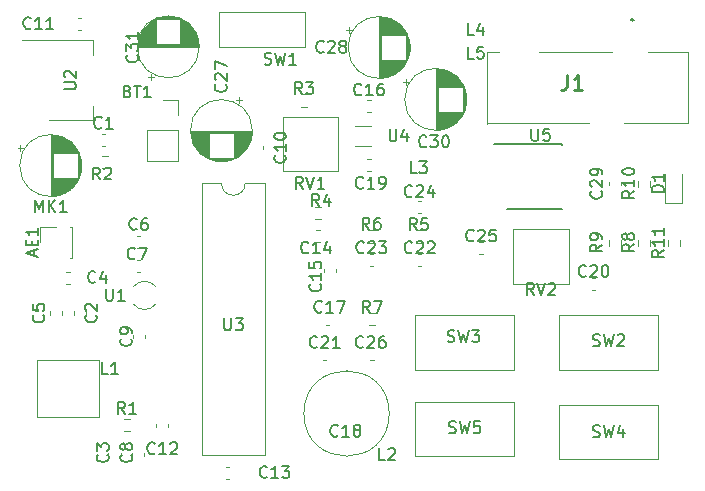
<source format=gbr>
%TF.GenerationSoftware,KiCad,Pcbnew,6.0.7+dfsg-1build1*%
%TF.CreationDate,2022-11-20T16:40:00+09:00*%
%TF.ProjectId,FM_Transciver,464d5f54-7261-46e7-9363-697665722e6b,rev?*%
%TF.SameCoordinates,Original*%
%TF.FileFunction,Legend,Top*%
%TF.FilePolarity,Positive*%
%FSLAX46Y46*%
G04 Gerber Fmt 4.6, Leading zero omitted, Abs format (unit mm)*
G04 Created by KiCad (PCBNEW 6.0.7+dfsg-1build1) date 2022-11-20 16:40:00*
%MOMM*%
%LPD*%
G01*
G04 APERTURE LIST*
%ADD10C,0.150000*%
%ADD11C,0.254000*%
%ADD12C,0.120000*%
%ADD13C,0.200000*%
%ADD14C,0.100000*%
G04 APERTURE END LIST*
D10*
%TO.C,RV1*%
X71404761Y-44952380D02*
X71071428Y-44476190D01*
X70833333Y-44952380D02*
X70833333Y-43952380D01*
X71214285Y-43952380D01*
X71309523Y-44000000D01*
X71357142Y-44047619D01*
X71404761Y-44142857D01*
X71404761Y-44285714D01*
X71357142Y-44380952D01*
X71309523Y-44428571D01*
X71214285Y-44476190D01*
X70833333Y-44476190D01*
X71690476Y-43952380D02*
X72023809Y-44952380D01*
X72357142Y-43952380D01*
X73214285Y-44952380D02*
X72642857Y-44952380D01*
X72928571Y-44952380D02*
X72928571Y-43952380D01*
X72833333Y-44095238D01*
X72738095Y-44190476D01*
X72642857Y-44238095D01*
%TO.C,C8*%
X56857142Y-67472399D02*
X56904761Y-67520018D01*
X56952380Y-67662875D01*
X56952380Y-67758113D01*
X56904761Y-67900971D01*
X56809523Y-67996209D01*
X56714285Y-68043828D01*
X56523809Y-68091447D01*
X56380952Y-68091447D01*
X56190476Y-68043828D01*
X56095238Y-67996209D01*
X56000000Y-67900971D01*
X55952380Y-67758113D01*
X55952380Y-67662875D01*
X56000000Y-67520018D01*
X56047619Y-67472399D01*
X56380952Y-66900971D02*
X56333333Y-66996209D01*
X56285714Y-67043828D01*
X56190476Y-67091447D01*
X56142857Y-67091447D01*
X56047619Y-67043828D01*
X56000000Y-66996209D01*
X55952380Y-66900971D01*
X55952380Y-66710494D01*
X56000000Y-66615256D01*
X56047619Y-66567637D01*
X56142857Y-66520018D01*
X56190476Y-66520018D01*
X56285714Y-66567637D01*
X56333333Y-66615256D01*
X56380952Y-66710494D01*
X56380952Y-66900971D01*
X56428571Y-66996209D01*
X56476190Y-67043828D01*
X56571428Y-67091447D01*
X56761904Y-67091447D01*
X56857142Y-67043828D01*
X56904761Y-66996209D01*
X56952380Y-66900971D01*
X56952380Y-66710494D01*
X56904761Y-66615256D01*
X56857142Y-66567637D01*
X56761904Y-66520018D01*
X56571428Y-66520018D01*
X56476190Y-66567637D01*
X56428571Y-66615256D01*
X56380952Y-66710494D01*
%TO.C,C14*%
X71857142Y-50357142D02*
X71809523Y-50404761D01*
X71666666Y-50452380D01*
X71571428Y-50452380D01*
X71428571Y-50404761D01*
X71333333Y-50309523D01*
X71285714Y-50214285D01*
X71238095Y-50023809D01*
X71238095Y-49880952D01*
X71285714Y-49690476D01*
X71333333Y-49595238D01*
X71428571Y-49500000D01*
X71571428Y-49452380D01*
X71666666Y-49452380D01*
X71809523Y-49500000D01*
X71857142Y-49547619D01*
X72809523Y-50452380D02*
X72238095Y-50452380D01*
X72523809Y-50452380D02*
X72523809Y-49452380D01*
X72428571Y-49595238D01*
X72333333Y-49690476D01*
X72238095Y-49738095D01*
X73666666Y-49785714D02*
X73666666Y-50452380D01*
X73428571Y-49404761D02*
X73190476Y-50119047D01*
X73809523Y-50119047D01*
%TO.C,C27*%
X64857142Y-36142857D02*
X64904761Y-36190476D01*
X64952380Y-36333333D01*
X64952380Y-36428571D01*
X64904761Y-36571428D01*
X64809523Y-36666666D01*
X64714285Y-36714285D01*
X64523809Y-36761904D01*
X64380952Y-36761904D01*
X64190476Y-36714285D01*
X64095238Y-36666666D01*
X64000000Y-36571428D01*
X63952380Y-36428571D01*
X63952380Y-36333333D01*
X64000000Y-36190476D01*
X64047619Y-36142857D01*
X64047619Y-35761904D02*
X64000000Y-35714285D01*
X63952380Y-35619047D01*
X63952380Y-35380952D01*
X64000000Y-35285714D01*
X64047619Y-35238095D01*
X64142857Y-35190476D01*
X64238095Y-35190476D01*
X64380952Y-35238095D01*
X64952380Y-35809523D01*
X64952380Y-35190476D01*
X63952380Y-34857142D02*
X63952380Y-34190476D01*
X64952380Y-34619047D01*
%TO.C,U3*%
X64748095Y-55952380D02*
X64748095Y-56761904D01*
X64795714Y-56857142D01*
X64843333Y-56904761D01*
X64938571Y-56952380D01*
X65129047Y-56952380D01*
X65224285Y-56904761D01*
X65271904Y-56857142D01*
X65319523Y-56761904D01*
X65319523Y-55952380D01*
X65700476Y-55952380D02*
X66319523Y-55952380D01*
X65986190Y-56333333D01*
X66129047Y-56333333D01*
X66224285Y-56380952D01*
X66271904Y-56428571D01*
X66319523Y-56523809D01*
X66319523Y-56761904D01*
X66271904Y-56857142D01*
X66224285Y-56904761D01*
X66129047Y-56952380D01*
X65843333Y-56952380D01*
X65748095Y-56904761D01*
X65700476Y-56857142D01*
%TO.C,R4*%
X72787333Y-46436380D02*
X72454000Y-45960190D01*
X72215904Y-46436380D02*
X72215904Y-45436380D01*
X72596857Y-45436380D01*
X72692095Y-45484000D01*
X72739714Y-45531619D01*
X72787333Y-45626857D01*
X72787333Y-45769714D01*
X72739714Y-45864952D01*
X72692095Y-45912571D01*
X72596857Y-45960190D01*
X72215904Y-45960190D01*
X73644476Y-45769714D02*
X73644476Y-46436380D01*
X73406380Y-45388761D02*
X73168285Y-46103047D01*
X73787333Y-46103047D01*
D11*
%TO.C,J1*%
X93776666Y-35354523D02*
X93776666Y-36261666D01*
X93716190Y-36443095D01*
X93595238Y-36564047D01*
X93413809Y-36624523D01*
X93292857Y-36624523D01*
X95046666Y-36624523D02*
X94320952Y-36624523D01*
X94683809Y-36624523D02*
X94683809Y-35354523D01*
X94562857Y-35535952D01*
X94441904Y-35656904D01*
X94320952Y-35717380D01*
D10*
%TO.C,C21*%
X72602142Y-58357142D02*
X72554523Y-58404761D01*
X72411666Y-58452380D01*
X72316428Y-58452380D01*
X72173571Y-58404761D01*
X72078333Y-58309523D01*
X72030714Y-58214285D01*
X71983095Y-58023809D01*
X71983095Y-57880952D01*
X72030714Y-57690476D01*
X72078333Y-57595238D01*
X72173571Y-57500000D01*
X72316428Y-57452380D01*
X72411666Y-57452380D01*
X72554523Y-57500000D01*
X72602142Y-57547619D01*
X72983095Y-57547619D02*
X73030714Y-57500000D01*
X73125952Y-57452380D01*
X73364047Y-57452380D01*
X73459285Y-57500000D01*
X73506904Y-57547619D01*
X73554523Y-57642857D01*
X73554523Y-57738095D01*
X73506904Y-57880952D01*
X72935476Y-58452380D01*
X73554523Y-58452380D01*
X74506904Y-58452380D02*
X73935476Y-58452380D01*
X74221190Y-58452380D02*
X74221190Y-57452380D01*
X74125952Y-57595238D01*
X74030714Y-57690476D01*
X73935476Y-57738095D01*
%TO.C,R5*%
X81033333Y-48452380D02*
X80700000Y-47976190D01*
X80461904Y-48452380D02*
X80461904Y-47452380D01*
X80842857Y-47452380D01*
X80938095Y-47500000D01*
X80985714Y-47547619D01*
X81033333Y-47642857D01*
X81033333Y-47785714D01*
X80985714Y-47880952D01*
X80938095Y-47928571D01*
X80842857Y-47976190D01*
X80461904Y-47976190D01*
X81938095Y-47452380D02*
X81461904Y-47452380D01*
X81414285Y-47928571D01*
X81461904Y-47880952D01*
X81557142Y-47833333D01*
X81795238Y-47833333D01*
X81890476Y-47880952D01*
X81938095Y-47928571D01*
X81985714Y-48023809D01*
X81985714Y-48261904D01*
X81938095Y-48357142D01*
X81890476Y-48404761D01*
X81795238Y-48452380D01*
X81557142Y-48452380D01*
X81461904Y-48404761D01*
X81414285Y-48357142D01*
%TO.C,L5*%
X85857333Y-33952380D02*
X85381142Y-33952380D01*
X85381142Y-32952380D01*
X86666857Y-32952380D02*
X86190666Y-32952380D01*
X86143047Y-33428571D01*
X86190666Y-33380952D01*
X86285904Y-33333333D01*
X86524000Y-33333333D01*
X86619238Y-33380952D01*
X86666857Y-33428571D01*
X86714476Y-33523809D01*
X86714476Y-33761904D01*
X86666857Y-33857142D01*
X86619238Y-33904761D01*
X86524000Y-33952380D01*
X86285904Y-33952380D01*
X86190666Y-33904761D01*
X86143047Y-33857142D01*
%TO.C,L1*%
X54889333Y-60674380D02*
X54413142Y-60674380D01*
X54413142Y-59674380D01*
X55746476Y-60674380D02*
X55175047Y-60674380D01*
X55460761Y-60674380D02*
X55460761Y-59674380D01*
X55365523Y-59817238D01*
X55270285Y-59912476D01*
X55175047Y-59960095D01*
%TO.C,BT1*%
X56563185Y-36712571D02*
X56706042Y-36760190D01*
X56753661Y-36807809D01*
X56801280Y-36903047D01*
X56801280Y-37045904D01*
X56753661Y-37141142D01*
X56706042Y-37188761D01*
X56610804Y-37236380D01*
X56229852Y-37236380D01*
X56229852Y-36236380D01*
X56563185Y-36236380D01*
X56658423Y-36284000D01*
X56706042Y-36331619D01*
X56753661Y-36426857D01*
X56753661Y-36522095D01*
X56706042Y-36617333D01*
X56658423Y-36664952D01*
X56563185Y-36712571D01*
X56229852Y-36712571D01*
X57086995Y-36236380D02*
X57658423Y-36236380D01*
X57372709Y-37236380D02*
X57372709Y-36236380D01*
X58515566Y-37236380D02*
X57944138Y-37236380D01*
X58229852Y-37236380D02*
X58229852Y-36236380D01*
X58134614Y-36379238D01*
X58039376Y-36474476D01*
X57944138Y-36522095D01*
%TO.C,C24*%
X80644642Y-45587142D02*
X80597023Y-45634761D01*
X80454166Y-45682380D01*
X80358928Y-45682380D01*
X80216071Y-45634761D01*
X80120833Y-45539523D01*
X80073214Y-45444285D01*
X80025595Y-45253809D01*
X80025595Y-45110952D01*
X80073214Y-44920476D01*
X80120833Y-44825238D01*
X80216071Y-44730000D01*
X80358928Y-44682380D01*
X80454166Y-44682380D01*
X80597023Y-44730000D01*
X80644642Y-44777619D01*
X81025595Y-44777619D02*
X81073214Y-44730000D01*
X81168452Y-44682380D01*
X81406547Y-44682380D01*
X81501785Y-44730000D01*
X81549404Y-44777619D01*
X81597023Y-44872857D01*
X81597023Y-44968095D01*
X81549404Y-45110952D01*
X80977976Y-45682380D01*
X81597023Y-45682380D01*
X82454166Y-45015714D02*
X82454166Y-45682380D01*
X82216071Y-44634761D02*
X81977976Y-45349047D01*
X82597023Y-45349047D01*
%TO.C,C1*%
X54354233Y-39783142D02*
X54306614Y-39830761D01*
X54163757Y-39878380D01*
X54068519Y-39878380D01*
X53925661Y-39830761D01*
X53830423Y-39735523D01*
X53782804Y-39640285D01*
X53735185Y-39449809D01*
X53735185Y-39306952D01*
X53782804Y-39116476D01*
X53830423Y-39021238D01*
X53925661Y-38926000D01*
X54068519Y-38878380D01*
X54163757Y-38878380D01*
X54306614Y-38926000D01*
X54354233Y-38973619D01*
X55306614Y-39878380D02*
X54735185Y-39878380D01*
X55020900Y-39878380D02*
X55020900Y-38878380D01*
X54925661Y-39021238D01*
X54830423Y-39116476D01*
X54735185Y-39164095D01*
%TO.C,SW1*%
X68166666Y-34404761D02*
X68309523Y-34452380D01*
X68547619Y-34452380D01*
X68642857Y-34404761D01*
X68690476Y-34357142D01*
X68738095Y-34261904D01*
X68738095Y-34166666D01*
X68690476Y-34071428D01*
X68642857Y-34023809D01*
X68547619Y-33976190D01*
X68357142Y-33928571D01*
X68261904Y-33880952D01*
X68214285Y-33833333D01*
X68166666Y-33738095D01*
X68166666Y-33642857D01*
X68214285Y-33547619D01*
X68261904Y-33500000D01*
X68357142Y-33452380D01*
X68595238Y-33452380D01*
X68738095Y-33500000D01*
X69071428Y-33452380D02*
X69309523Y-34452380D01*
X69500000Y-33738095D01*
X69690476Y-34452380D01*
X69928571Y-33452380D01*
X70833333Y-34452380D02*
X70261904Y-34452380D01*
X70547619Y-34452380D02*
X70547619Y-33452380D01*
X70452380Y-33595238D01*
X70357142Y-33690476D01*
X70261904Y-33738095D01*
%TO.C,U5*%
X90746095Y-39896380D02*
X90746095Y-40705904D01*
X90793714Y-40801142D01*
X90841333Y-40848761D01*
X90936571Y-40896380D01*
X91127047Y-40896380D01*
X91222285Y-40848761D01*
X91269904Y-40801142D01*
X91317523Y-40705904D01*
X91317523Y-39896380D01*
X92269904Y-39896380D02*
X91793714Y-39896380D01*
X91746095Y-40372571D01*
X91793714Y-40324952D01*
X91888952Y-40277333D01*
X92127047Y-40277333D01*
X92222285Y-40324952D01*
X92269904Y-40372571D01*
X92317523Y-40467809D01*
X92317523Y-40705904D01*
X92269904Y-40801142D01*
X92222285Y-40848761D01*
X92127047Y-40896380D01*
X91888952Y-40896380D01*
X91793714Y-40848761D01*
X91746095Y-40801142D01*
%TO.C,C31*%
X57357142Y-33642844D02*
X57404761Y-33690463D01*
X57452380Y-33833320D01*
X57452380Y-33928558D01*
X57404761Y-34071415D01*
X57309523Y-34166653D01*
X57214285Y-34214272D01*
X57023809Y-34261891D01*
X56880952Y-34261891D01*
X56690476Y-34214272D01*
X56595238Y-34166653D01*
X56500000Y-34071415D01*
X56452380Y-33928558D01*
X56452380Y-33833320D01*
X56500000Y-33690463D01*
X56547619Y-33642844D01*
X56452380Y-33309510D02*
X56452380Y-32690463D01*
X56833333Y-33023796D01*
X56833333Y-32880939D01*
X56880952Y-32785701D01*
X56928571Y-32738082D01*
X57023809Y-32690463D01*
X57261904Y-32690463D01*
X57357142Y-32738082D01*
X57404761Y-32785701D01*
X57452380Y-32880939D01*
X57452380Y-33166653D01*
X57404761Y-33261891D01*
X57357142Y-33309510D01*
X57452380Y-31738082D02*
X57452380Y-32309510D01*
X57452380Y-32023796D02*
X56452380Y-32023796D01*
X56595238Y-32119034D01*
X56690476Y-32214272D01*
X56738095Y-32309510D01*
%TO.C,MK1*%
X48735376Y-46952380D02*
X48735376Y-45952380D01*
X49068709Y-46666666D01*
X49402042Y-45952380D01*
X49402042Y-46952380D01*
X49878233Y-46952380D02*
X49878233Y-45952380D01*
X50449661Y-46952380D02*
X50021090Y-46380952D01*
X50449661Y-45952380D02*
X49878233Y-46523809D01*
X51402042Y-46952380D02*
X50830614Y-46952380D01*
X51116328Y-46952380D02*
X51116328Y-45952380D01*
X51021090Y-46095238D01*
X50925852Y-46190476D01*
X50830614Y-46238095D01*
%TO.C,SW2*%
X95958666Y-58246761D02*
X96101523Y-58294380D01*
X96339619Y-58294380D01*
X96434857Y-58246761D01*
X96482476Y-58199142D01*
X96530095Y-58103904D01*
X96530095Y-58008666D01*
X96482476Y-57913428D01*
X96434857Y-57865809D01*
X96339619Y-57818190D01*
X96149142Y-57770571D01*
X96053904Y-57722952D01*
X96006285Y-57675333D01*
X95958666Y-57580095D01*
X95958666Y-57484857D01*
X96006285Y-57389619D01*
X96053904Y-57342000D01*
X96149142Y-57294380D01*
X96387238Y-57294380D01*
X96530095Y-57342000D01*
X96863428Y-57294380D02*
X97101523Y-58294380D01*
X97292000Y-57580095D01*
X97482476Y-58294380D01*
X97720571Y-57294380D01*
X98053904Y-57389619D02*
X98101523Y-57342000D01*
X98196761Y-57294380D01*
X98434857Y-57294380D01*
X98530095Y-57342000D01*
X98577714Y-57389619D01*
X98625333Y-57484857D01*
X98625333Y-57580095D01*
X98577714Y-57722952D01*
X98006285Y-58294380D01*
X98625333Y-58294380D01*
%TO.C,C4*%
X53833333Y-52857142D02*
X53785714Y-52904761D01*
X53642857Y-52952380D01*
X53547619Y-52952380D01*
X53404761Y-52904761D01*
X53309523Y-52809523D01*
X53261904Y-52714285D01*
X53214285Y-52523809D01*
X53214285Y-52380952D01*
X53261904Y-52190476D01*
X53309523Y-52095238D01*
X53404761Y-52000000D01*
X53547619Y-51952380D01*
X53642857Y-51952380D01*
X53785714Y-52000000D01*
X53833333Y-52047619D01*
X54690476Y-52285714D02*
X54690476Y-52952380D01*
X54452380Y-51904761D02*
X54214285Y-52619047D01*
X54833333Y-52619047D01*
%TO.C,SW3*%
X83666666Y-57896761D02*
X83809523Y-57944380D01*
X84047619Y-57944380D01*
X84142857Y-57896761D01*
X84190476Y-57849142D01*
X84238095Y-57753904D01*
X84238095Y-57658666D01*
X84190476Y-57563428D01*
X84142857Y-57515809D01*
X84047619Y-57468190D01*
X83857142Y-57420571D01*
X83761904Y-57372952D01*
X83714285Y-57325333D01*
X83666666Y-57230095D01*
X83666666Y-57134857D01*
X83714285Y-57039619D01*
X83761904Y-56992000D01*
X83857142Y-56944380D01*
X84095238Y-56944380D01*
X84238095Y-56992000D01*
X84571428Y-56944380D02*
X84809523Y-57944380D01*
X85000000Y-57230095D01*
X85190476Y-57944380D01*
X85428571Y-56944380D01*
X85714285Y-56944380D02*
X86333333Y-56944380D01*
X86000000Y-57325333D01*
X86142857Y-57325333D01*
X86238095Y-57372952D01*
X86285714Y-57420571D01*
X86333333Y-57515809D01*
X86333333Y-57753904D01*
X86285714Y-57849142D01*
X86238095Y-57896761D01*
X86142857Y-57944380D01*
X85857142Y-57944380D01*
X85761904Y-57896761D01*
X85714285Y-57849142D01*
%TO.C,C25*%
X85857142Y-49341142D02*
X85809523Y-49388761D01*
X85666666Y-49436380D01*
X85571428Y-49436380D01*
X85428571Y-49388761D01*
X85333333Y-49293523D01*
X85285714Y-49198285D01*
X85238095Y-49007809D01*
X85238095Y-48864952D01*
X85285714Y-48674476D01*
X85333333Y-48579238D01*
X85428571Y-48484000D01*
X85571428Y-48436380D01*
X85666666Y-48436380D01*
X85809523Y-48484000D01*
X85857142Y-48531619D01*
X86238095Y-48531619D02*
X86285714Y-48484000D01*
X86380952Y-48436380D01*
X86619047Y-48436380D01*
X86714285Y-48484000D01*
X86761904Y-48531619D01*
X86809523Y-48626857D01*
X86809523Y-48722095D01*
X86761904Y-48864952D01*
X86190476Y-49436380D01*
X86809523Y-49436380D01*
X87714285Y-48436380D02*
X87238095Y-48436380D01*
X87190476Y-48912571D01*
X87238095Y-48864952D01*
X87333333Y-48817333D01*
X87571428Y-48817333D01*
X87666666Y-48864952D01*
X87714285Y-48912571D01*
X87761904Y-49007809D01*
X87761904Y-49245904D01*
X87714285Y-49341142D01*
X87666666Y-49388761D01*
X87571428Y-49436380D01*
X87333333Y-49436380D01*
X87238095Y-49388761D01*
X87190476Y-49341142D01*
%TO.C,C10*%
X69873142Y-42142857D02*
X69920761Y-42190476D01*
X69968380Y-42333333D01*
X69968380Y-42428571D01*
X69920761Y-42571428D01*
X69825523Y-42666666D01*
X69730285Y-42714285D01*
X69539809Y-42761904D01*
X69396952Y-42761904D01*
X69206476Y-42714285D01*
X69111238Y-42666666D01*
X69016000Y-42571428D01*
X68968380Y-42428571D01*
X68968380Y-42333333D01*
X69016000Y-42190476D01*
X69063619Y-42142857D01*
X69968380Y-41190476D02*
X69968380Y-41761904D01*
X69968380Y-41476190D02*
X68968380Y-41476190D01*
X69111238Y-41571428D01*
X69206476Y-41666666D01*
X69254095Y-41761904D01*
X68968380Y-40571428D02*
X68968380Y-40476190D01*
X69016000Y-40380952D01*
X69063619Y-40333333D01*
X69158857Y-40285714D01*
X69349333Y-40238095D01*
X69587428Y-40238095D01*
X69777904Y-40285714D01*
X69873142Y-40333333D01*
X69920761Y-40380952D01*
X69968380Y-40476190D01*
X69968380Y-40571428D01*
X69920761Y-40666666D01*
X69873142Y-40714285D01*
X69777904Y-40761904D01*
X69587428Y-40809523D01*
X69349333Y-40809523D01*
X69158857Y-40761904D01*
X69063619Y-40714285D01*
X69016000Y-40666666D01*
X68968380Y-40571428D01*
%TO.C,C12*%
X58857142Y-67357142D02*
X58809523Y-67404761D01*
X58666666Y-67452380D01*
X58571428Y-67452380D01*
X58428571Y-67404761D01*
X58333333Y-67309523D01*
X58285714Y-67214285D01*
X58238095Y-67023809D01*
X58238095Y-66880952D01*
X58285714Y-66690476D01*
X58333333Y-66595238D01*
X58428571Y-66500000D01*
X58571428Y-66452380D01*
X58666666Y-66452380D01*
X58809523Y-66500000D01*
X58857142Y-66547619D01*
X59809523Y-67452380D02*
X59238095Y-67452380D01*
X59523809Y-67452380D02*
X59523809Y-66452380D01*
X59428571Y-66595238D01*
X59333333Y-66690476D01*
X59238095Y-66738095D01*
X60190476Y-66547619D02*
X60238095Y-66500000D01*
X60333333Y-66452380D01*
X60571428Y-66452380D01*
X60666666Y-66500000D01*
X60714285Y-66547619D01*
X60761904Y-66642857D01*
X60761904Y-66738095D01*
X60714285Y-66880952D01*
X60142857Y-67452380D01*
X60761904Y-67452380D01*
%TO.C,C30*%
X81857142Y-41357142D02*
X81809523Y-41404761D01*
X81666666Y-41452380D01*
X81571428Y-41452380D01*
X81428571Y-41404761D01*
X81333333Y-41309523D01*
X81285714Y-41214285D01*
X81238095Y-41023809D01*
X81238095Y-40880952D01*
X81285714Y-40690476D01*
X81333333Y-40595238D01*
X81428571Y-40500000D01*
X81571428Y-40452380D01*
X81666666Y-40452380D01*
X81809523Y-40500000D01*
X81857142Y-40547619D01*
X82190476Y-40452380D02*
X82809523Y-40452380D01*
X82476190Y-40833333D01*
X82619047Y-40833333D01*
X82714285Y-40880952D01*
X82761904Y-40928571D01*
X82809523Y-41023809D01*
X82809523Y-41261904D01*
X82761904Y-41357142D01*
X82714285Y-41404761D01*
X82619047Y-41452380D01*
X82333333Y-41452380D01*
X82238095Y-41404761D01*
X82190476Y-41357142D01*
X83428571Y-40452380D02*
X83523809Y-40452380D01*
X83619047Y-40500000D01*
X83666666Y-40547619D01*
X83714285Y-40642857D01*
X83761904Y-40833333D01*
X83761904Y-41071428D01*
X83714285Y-41261904D01*
X83666666Y-41357142D01*
X83619047Y-41404761D01*
X83523809Y-41452380D01*
X83428571Y-41452380D01*
X83333333Y-41404761D01*
X83285714Y-41357142D01*
X83238095Y-41261904D01*
X83190476Y-41071428D01*
X83190476Y-40833333D01*
X83238095Y-40642857D01*
X83285714Y-40547619D01*
X83333333Y-40500000D01*
X83428571Y-40452380D01*
%TO.C,C26*%
X76501642Y-58341142D02*
X76454023Y-58388761D01*
X76311166Y-58436380D01*
X76215928Y-58436380D01*
X76073071Y-58388761D01*
X75977833Y-58293523D01*
X75930214Y-58198285D01*
X75882595Y-58007809D01*
X75882595Y-57864952D01*
X75930214Y-57674476D01*
X75977833Y-57579238D01*
X76073071Y-57484000D01*
X76215928Y-57436380D01*
X76311166Y-57436380D01*
X76454023Y-57484000D01*
X76501642Y-57531619D01*
X76882595Y-57531619D02*
X76930214Y-57484000D01*
X77025452Y-57436380D01*
X77263547Y-57436380D01*
X77358785Y-57484000D01*
X77406404Y-57531619D01*
X77454023Y-57626857D01*
X77454023Y-57722095D01*
X77406404Y-57864952D01*
X76834976Y-58436380D01*
X77454023Y-58436380D01*
X78311166Y-57436380D02*
X78120690Y-57436380D01*
X78025452Y-57484000D01*
X77977833Y-57531619D01*
X77882595Y-57674476D01*
X77834976Y-57864952D01*
X77834976Y-58245904D01*
X77882595Y-58341142D01*
X77930214Y-58388761D01*
X78025452Y-58436380D01*
X78215928Y-58436380D01*
X78311166Y-58388761D01*
X78358785Y-58341142D01*
X78406404Y-58245904D01*
X78406404Y-58007809D01*
X78358785Y-57912571D01*
X78311166Y-57864952D01*
X78215928Y-57817333D01*
X78025452Y-57817333D01*
X77930214Y-57864952D01*
X77882595Y-57912571D01*
X77834976Y-58007809D01*
%TO.C,C28*%
X73158042Y-33357142D02*
X73110423Y-33404761D01*
X72967566Y-33452380D01*
X72872328Y-33452380D01*
X72729471Y-33404761D01*
X72634233Y-33309523D01*
X72586614Y-33214285D01*
X72538995Y-33023809D01*
X72538995Y-32880952D01*
X72586614Y-32690476D01*
X72634233Y-32595238D01*
X72729471Y-32500000D01*
X72872328Y-32452380D01*
X72967566Y-32452380D01*
X73110423Y-32500000D01*
X73158042Y-32547619D01*
X73538995Y-32547619D02*
X73586614Y-32500000D01*
X73681852Y-32452380D01*
X73919947Y-32452380D01*
X74015185Y-32500000D01*
X74062804Y-32547619D01*
X74110423Y-32642857D01*
X74110423Y-32738095D01*
X74062804Y-32880952D01*
X73491376Y-33452380D01*
X74110423Y-33452380D01*
X74681852Y-32880952D02*
X74586614Y-32833333D01*
X74538995Y-32785714D01*
X74491376Y-32690476D01*
X74491376Y-32642857D01*
X74538995Y-32547619D01*
X74586614Y-32500000D01*
X74681852Y-32452380D01*
X74872328Y-32452380D01*
X74967566Y-32500000D01*
X75015185Y-32547619D01*
X75062804Y-32642857D01*
X75062804Y-32690476D01*
X75015185Y-32785714D01*
X74967566Y-32833333D01*
X74872328Y-32880952D01*
X74681852Y-32880952D01*
X74586614Y-32928571D01*
X74538995Y-32976190D01*
X74491376Y-33071428D01*
X74491376Y-33261904D01*
X74538995Y-33357142D01*
X74586614Y-33404761D01*
X74681852Y-33452380D01*
X74872328Y-33452380D01*
X74967566Y-33404761D01*
X75015185Y-33357142D01*
X75062804Y-33261904D01*
X75062804Y-33071428D01*
X75015185Y-32976190D01*
X74967566Y-32928571D01*
X74872328Y-32880952D01*
%TO.C,L4*%
X85857333Y-31952380D02*
X85381142Y-31952380D01*
X85381142Y-30952380D01*
X86619238Y-31285714D02*
X86619238Y-31952380D01*
X86381142Y-30904761D02*
X86143047Y-31619047D01*
X86762095Y-31619047D01*
%TO.C,R2*%
X54212233Y-44184380D02*
X53878900Y-43708190D01*
X53640804Y-44184380D02*
X53640804Y-43184380D01*
X54021757Y-43184380D01*
X54116995Y-43232000D01*
X54164614Y-43279619D01*
X54212233Y-43374857D01*
X54212233Y-43517714D01*
X54164614Y-43612952D01*
X54116995Y-43660571D01*
X54021757Y-43708190D01*
X53640804Y-43708190D01*
X54593185Y-43279619D02*
X54640804Y-43232000D01*
X54736042Y-43184380D01*
X54974138Y-43184380D01*
X55069376Y-43232000D01*
X55116995Y-43279619D01*
X55164614Y-43374857D01*
X55164614Y-43470095D01*
X55116995Y-43612952D01*
X54545566Y-44184380D01*
X55164614Y-44184380D01*
%TO.C,RV2*%
X90954761Y-53952380D02*
X90621428Y-53476190D01*
X90383333Y-53952380D02*
X90383333Y-52952380D01*
X90764285Y-52952380D01*
X90859523Y-53000000D01*
X90907142Y-53047619D01*
X90954761Y-53142857D01*
X90954761Y-53285714D01*
X90907142Y-53380952D01*
X90859523Y-53428571D01*
X90764285Y-53476190D01*
X90383333Y-53476190D01*
X91240476Y-52952380D02*
X91573809Y-53952380D01*
X91907142Y-52952380D01*
X92192857Y-53047619D02*
X92240476Y-53000000D01*
X92335714Y-52952380D01*
X92573809Y-52952380D01*
X92669047Y-53000000D01*
X92716666Y-53047619D01*
X92764285Y-53142857D01*
X92764285Y-53238095D01*
X92716666Y-53380952D01*
X92145238Y-53952380D01*
X92764285Y-53952380D01*
%TO.C,L3*%
X81033333Y-43652380D02*
X80557142Y-43652380D01*
X80557142Y-42652380D01*
X81271428Y-42652380D02*
X81890476Y-42652380D01*
X81557142Y-43033333D01*
X81700000Y-43033333D01*
X81795238Y-43080952D01*
X81842857Y-43128571D01*
X81890476Y-43223809D01*
X81890476Y-43461904D01*
X81842857Y-43557142D01*
X81795238Y-43604761D01*
X81700000Y-43652380D01*
X81414285Y-43652380D01*
X81319047Y-43604761D01*
X81271428Y-43557142D01*
%TO.C,R1*%
X56333333Y-64022380D02*
X56000000Y-63546190D01*
X55761904Y-64022380D02*
X55761904Y-63022380D01*
X56142857Y-63022380D01*
X56238095Y-63070000D01*
X56285714Y-63117619D01*
X56333333Y-63212857D01*
X56333333Y-63355714D01*
X56285714Y-63450952D01*
X56238095Y-63498571D01*
X56142857Y-63546190D01*
X55761904Y-63546190D01*
X57285714Y-64022380D02*
X56714285Y-64022380D01*
X57000000Y-64022380D02*
X57000000Y-63022380D01*
X56904761Y-63165238D01*
X56809523Y-63260476D01*
X56714285Y-63308095D01*
%TO.C,U2*%
X51179280Y-36537904D02*
X51988804Y-36537904D01*
X52084042Y-36490285D01*
X52131661Y-36442666D01*
X52179280Y-36347428D01*
X52179280Y-36156952D01*
X52131661Y-36061714D01*
X52084042Y-36014095D01*
X51988804Y-35966476D01*
X51179280Y-35966476D01*
X51274519Y-35537904D02*
X51226900Y-35490285D01*
X51179280Y-35395047D01*
X51179280Y-35156952D01*
X51226900Y-35061714D01*
X51274519Y-35014095D01*
X51369757Y-34966476D01*
X51464995Y-34966476D01*
X51607852Y-35014095D01*
X52179280Y-35585523D01*
X52179280Y-34966476D01*
%TO.C,C29*%
X96657142Y-45180357D02*
X96704761Y-45227976D01*
X96752380Y-45370833D01*
X96752380Y-45466071D01*
X96704761Y-45608928D01*
X96609523Y-45704166D01*
X96514285Y-45751785D01*
X96323809Y-45799404D01*
X96180952Y-45799404D01*
X95990476Y-45751785D01*
X95895238Y-45704166D01*
X95800000Y-45608928D01*
X95752380Y-45466071D01*
X95752380Y-45370833D01*
X95800000Y-45227976D01*
X95847619Y-45180357D01*
X95847619Y-44799404D02*
X95800000Y-44751785D01*
X95752380Y-44656547D01*
X95752380Y-44418452D01*
X95800000Y-44323214D01*
X95847619Y-44275595D01*
X95942857Y-44227976D01*
X96038095Y-44227976D01*
X96180952Y-44275595D01*
X96752380Y-44847023D01*
X96752380Y-44227976D01*
X96752380Y-43751785D02*
X96752380Y-43561309D01*
X96704761Y-43466071D01*
X96657142Y-43418452D01*
X96514285Y-43323214D01*
X96323809Y-43275595D01*
X95942857Y-43275595D01*
X95847619Y-43323214D01*
X95800000Y-43370833D01*
X95752380Y-43466071D01*
X95752380Y-43656547D01*
X95800000Y-43751785D01*
X95847619Y-43799404D01*
X95942857Y-43847023D01*
X96180952Y-43847023D01*
X96276190Y-43799404D01*
X96323809Y-43751785D01*
X96371428Y-43656547D01*
X96371428Y-43466071D01*
X96323809Y-43370833D01*
X96276190Y-43323214D01*
X96180952Y-43275595D01*
%TO.C,C17*%
X73003409Y-55357142D02*
X72955790Y-55404761D01*
X72812933Y-55452380D01*
X72717695Y-55452380D01*
X72574838Y-55404761D01*
X72479600Y-55309523D01*
X72431981Y-55214285D01*
X72384362Y-55023809D01*
X72384362Y-54880952D01*
X72431981Y-54690476D01*
X72479600Y-54595238D01*
X72574838Y-54500000D01*
X72717695Y-54452380D01*
X72812933Y-54452380D01*
X72955790Y-54500000D01*
X73003409Y-54547619D01*
X73955790Y-55452380D02*
X73384362Y-55452380D01*
X73670076Y-55452380D02*
X73670076Y-54452380D01*
X73574838Y-54595238D01*
X73479600Y-54690476D01*
X73384362Y-54738095D01*
X74289124Y-54452380D02*
X74955790Y-54452380D01*
X74527219Y-55452380D01*
%TO.C,C13*%
X68357142Y-69357142D02*
X68309523Y-69404761D01*
X68166666Y-69452380D01*
X68071428Y-69452380D01*
X67928571Y-69404761D01*
X67833333Y-69309523D01*
X67785714Y-69214285D01*
X67738095Y-69023809D01*
X67738095Y-68880952D01*
X67785714Y-68690476D01*
X67833333Y-68595238D01*
X67928571Y-68500000D01*
X68071428Y-68452380D01*
X68166666Y-68452380D01*
X68309523Y-68500000D01*
X68357142Y-68547619D01*
X69309523Y-69452380D02*
X68738095Y-69452380D01*
X69023809Y-69452380D02*
X69023809Y-68452380D01*
X68928571Y-68595238D01*
X68833333Y-68690476D01*
X68738095Y-68738095D01*
X69642857Y-68452380D02*
X70261904Y-68452380D01*
X69928571Y-68833333D01*
X70071428Y-68833333D01*
X70166666Y-68880952D01*
X70214285Y-68928571D01*
X70261904Y-69023809D01*
X70261904Y-69261904D01*
X70214285Y-69357142D01*
X70166666Y-69404761D01*
X70071428Y-69452380D01*
X69785714Y-69452380D01*
X69690476Y-69404761D01*
X69642857Y-69357142D01*
%TO.C,C5*%
X49427142Y-55666666D02*
X49474761Y-55714285D01*
X49522380Y-55857142D01*
X49522380Y-55952380D01*
X49474761Y-56095238D01*
X49379523Y-56190476D01*
X49284285Y-56238095D01*
X49093809Y-56285714D01*
X48950952Y-56285714D01*
X48760476Y-56238095D01*
X48665238Y-56190476D01*
X48570000Y-56095238D01*
X48522380Y-55952380D01*
X48522380Y-55857142D01*
X48570000Y-55714285D01*
X48617619Y-55666666D01*
X48522380Y-54761904D02*
X48522380Y-55238095D01*
X48998571Y-55285714D01*
X48950952Y-55238095D01*
X48903333Y-55142857D01*
X48903333Y-54904761D01*
X48950952Y-54809523D01*
X48998571Y-54761904D01*
X49093809Y-54714285D01*
X49331904Y-54714285D01*
X49427142Y-54761904D01*
X49474761Y-54809523D01*
X49522380Y-54904761D01*
X49522380Y-55142857D01*
X49474761Y-55238095D01*
X49427142Y-55285714D01*
%TO.C,R9*%
X96728380Y-49704166D02*
X96252190Y-50037500D01*
X96728380Y-50275595D02*
X95728380Y-50275595D01*
X95728380Y-49894642D01*
X95776000Y-49799404D01*
X95823619Y-49751785D01*
X95918857Y-49704166D01*
X96061714Y-49704166D01*
X96156952Y-49751785D01*
X96204571Y-49799404D01*
X96252190Y-49894642D01*
X96252190Y-50275595D01*
X96728380Y-49227976D02*
X96728380Y-49037500D01*
X96680761Y-48942261D01*
X96633142Y-48894642D01*
X96490285Y-48799404D01*
X96299809Y-48751785D01*
X95918857Y-48751785D01*
X95823619Y-48799404D01*
X95776000Y-48847023D01*
X95728380Y-48942261D01*
X95728380Y-49132738D01*
X95776000Y-49227976D01*
X95823619Y-49275595D01*
X95918857Y-49323214D01*
X96156952Y-49323214D01*
X96252190Y-49275595D01*
X96299809Y-49227976D01*
X96347428Y-49132738D01*
X96347428Y-48942261D01*
X96299809Y-48847023D01*
X96252190Y-48799404D01*
X96156952Y-48751785D01*
%TO.C,C18*%
X74357142Y-65857142D02*
X74309523Y-65904761D01*
X74166666Y-65952380D01*
X74071428Y-65952380D01*
X73928571Y-65904761D01*
X73833333Y-65809523D01*
X73785714Y-65714285D01*
X73738095Y-65523809D01*
X73738095Y-65380952D01*
X73785714Y-65190476D01*
X73833333Y-65095238D01*
X73928571Y-65000000D01*
X74071428Y-64952380D01*
X74166666Y-64952380D01*
X74309523Y-65000000D01*
X74357142Y-65047619D01*
X75309523Y-65952380D02*
X74738095Y-65952380D01*
X75023809Y-65952380D02*
X75023809Y-64952380D01*
X74928571Y-65095238D01*
X74833333Y-65190476D01*
X74738095Y-65238095D01*
X75880952Y-65380952D02*
X75785714Y-65333333D01*
X75738095Y-65285714D01*
X75690476Y-65190476D01*
X75690476Y-65142857D01*
X75738095Y-65047619D01*
X75785714Y-65000000D01*
X75880952Y-64952380D01*
X76071428Y-64952380D01*
X76166666Y-65000000D01*
X76214285Y-65047619D01*
X76261904Y-65142857D01*
X76261904Y-65190476D01*
X76214285Y-65285714D01*
X76166666Y-65333333D01*
X76071428Y-65380952D01*
X75880952Y-65380952D01*
X75785714Y-65428571D01*
X75738095Y-65476190D01*
X75690476Y-65571428D01*
X75690476Y-65761904D01*
X75738095Y-65857142D01*
X75785714Y-65904761D01*
X75880952Y-65952380D01*
X76071428Y-65952380D01*
X76166666Y-65904761D01*
X76214285Y-65857142D01*
X76261904Y-65761904D01*
X76261904Y-65571428D01*
X76214285Y-65476190D01*
X76166666Y-65428571D01*
X76071428Y-65380952D01*
%TO.C,C22*%
X80644642Y-50341142D02*
X80597023Y-50388761D01*
X80454166Y-50436380D01*
X80358928Y-50436380D01*
X80216071Y-50388761D01*
X80120833Y-50293523D01*
X80073214Y-50198285D01*
X80025595Y-50007809D01*
X80025595Y-49864952D01*
X80073214Y-49674476D01*
X80120833Y-49579238D01*
X80216071Y-49484000D01*
X80358928Y-49436380D01*
X80454166Y-49436380D01*
X80597023Y-49484000D01*
X80644642Y-49531619D01*
X81025595Y-49531619D02*
X81073214Y-49484000D01*
X81168452Y-49436380D01*
X81406547Y-49436380D01*
X81501785Y-49484000D01*
X81549404Y-49531619D01*
X81597023Y-49626857D01*
X81597023Y-49722095D01*
X81549404Y-49864952D01*
X80977976Y-50436380D01*
X81597023Y-50436380D01*
X81977976Y-49531619D02*
X82025595Y-49484000D01*
X82120833Y-49436380D01*
X82358928Y-49436380D01*
X82454166Y-49484000D01*
X82501785Y-49531619D01*
X82549404Y-49626857D01*
X82549404Y-49722095D01*
X82501785Y-49864952D01*
X81930357Y-50436380D01*
X82549404Y-50436380D01*
%TO.C,C2*%
X53873142Y-55666666D02*
X53920761Y-55714285D01*
X53968380Y-55857142D01*
X53968380Y-55952380D01*
X53920761Y-56095238D01*
X53825523Y-56190476D01*
X53730285Y-56238095D01*
X53539809Y-56285714D01*
X53396952Y-56285714D01*
X53206476Y-56238095D01*
X53111238Y-56190476D01*
X53016000Y-56095238D01*
X52968380Y-55952380D01*
X52968380Y-55857142D01*
X53016000Y-55714285D01*
X53063619Y-55666666D01*
X53063619Y-55285714D02*
X53016000Y-55238095D01*
X52968380Y-55142857D01*
X52968380Y-54904761D01*
X53016000Y-54809523D01*
X53063619Y-54761904D01*
X53158857Y-54714285D01*
X53254095Y-54714285D01*
X53396952Y-54761904D01*
X53968380Y-55333333D01*
X53968380Y-54714285D01*
%TO.C,R10*%
X99452380Y-45142857D02*
X98976190Y-45476190D01*
X99452380Y-45714285D02*
X98452380Y-45714285D01*
X98452380Y-45333333D01*
X98500000Y-45238095D01*
X98547619Y-45190476D01*
X98642857Y-45142857D01*
X98785714Y-45142857D01*
X98880952Y-45190476D01*
X98928571Y-45238095D01*
X98976190Y-45333333D01*
X98976190Y-45714285D01*
X99452380Y-44190476D02*
X99452380Y-44761904D01*
X99452380Y-44476190D02*
X98452380Y-44476190D01*
X98595238Y-44571428D01*
X98690476Y-44666666D01*
X98738095Y-44761904D01*
X98452380Y-43571428D02*
X98452380Y-43476190D01*
X98500000Y-43380952D01*
X98547619Y-43333333D01*
X98642857Y-43285714D01*
X98833333Y-43238095D01*
X99071428Y-43238095D01*
X99261904Y-43285714D01*
X99357142Y-43333333D01*
X99404761Y-43380952D01*
X99452380Y-43476190D01*
X99452380Y-43571428D01*
X99404761Y-43666666D01*
X99357142Y-43714285D01*
X99261904Y-43761904D01*
X99071428Y-43809523D01*
X98833333Y-43809523D01*
X98642857Y-43761904D01*
X98547619Y-43714285D01*
X98500000Y-43666666D01*
X98452380Y-43571428D01*
%TO.C,C19*%
X76503409Y-44857142D02*
X76455790Y-44904761D01*
X76312933Y-44952380D01*
X76217695Y-44952380D01*
X76074838Y-44904761D01*
X75979600Y-44809523D01*
X75931981Y-44714285D01*
X75884362Y-44523809D01*
X75884362Y-44380952D01*
X75931981Y-44190476D01*
X75979600Y-44095238D01*
X76074838Y-44000000D01*
X76217695Y-43952380D01*
X76312933Y-43952380D01*
X76455790Y-44000000D01*
X76503409Y-44047619D01*
X77455790Y-44952380D02*
X76884362Y-44952380D01*
X77170076Y-44952380D02*
X77170076Y-43952380D01*
X77074838Y-44095238D01*
X76979600Y-44190476D01*
X76884362Y-44238095D01*
X77931981Y-44952380D02*
X78122457Y-44952380D01*
X78217695Y-44904761D01*
X78265314Y-44857142D01*
X78360552Y-44714285D01*
X78408171Y-44523809D01*
X78408171Y-44142857D01*
X78360552Y-44047619D01*
X78312933Y-44000000D01*
X78217695Y-43952380D01*
X78027219Y-43952380D01*
X77931981Y-44000000D01*
X77884362Y-44047619D01*
X77836743Y-44142857D01*
X77836743Y-44380952D01*
X77884362Y-44476190D01*
X77931981Y-44523809D01*
X78027219Y-44571428D01*
X78217695Y-44571428D01*
X78312933Y-44523809D01*
X78360552Y-44476190D01*
X78408171Y-44380952D01*
%TO.C,C15*%
X72857142Y-53040357D02*
X72904761Y-53087976D01*
X72952380Y-53230833D01*
X72952380Y-53326071D01*
X72904761Y-53468928D01*
X72809523Y-53564166D01*
X72714285Y-53611785D01*
X72523809Y-53659404D01*
X72380952Y-53659404D01*
X72190476Y-53611785D01*
X72095238Y-53564166D01*
X72000000Y-53468928D01*
X71952380Y-53326071D01*
X71952380Y-53230833D01*
X72000000Y-53087976D01*
X72047619Y-53040357D01*
X72952380Y-52087976D02*
X72952380Y-52659404D01*
X72952380Y-52373690D02*
X71952380Y-52373690D01*
X72095238Y-52468928D01*
X72190476Y-52564166D01*
X72238095Y-52659404D01*
X71952380Y-51183214D02*
X71952380Y-51659404D01*
X72428571Y-51707023D01*
X72380952Y-51659404D01*
X72333333Y-51564166D01*
X72333333Y-51326071D01*
X72380952Y-51230833D01*
X72428571Y-51183214D01*
X72523809Y-51135595D01*
X72761904Y-51135595D01*
X72857142Y-51183214D01*
X72904761Y-51230833D01*
X72952380Y-51326071D01*
X72952380Y-51564166D01*
X72904761Y-51659404D01*
X72857142Y-51707023D01*
%TO.C,C9*%
X56841142Y-57666666D02*
X56888761Y-57714285D01*
X56936380Y-57857142D01*
X56936380Y-57952380D01*
X56888761Y-58095238D01*
X56793523Y-58190476D01*
X56698285Y-58238095D01*
X56507809Y-58285714D01*
X56364952Y-58285714D01*
X56174476Y-58238095D01*
X56079238Y-58190476D01*
X55984000Y-58095238D01*
X55936380Y-57952380D01*
X55936380Y-57857142D01*
X55984000Y-57714285D01*
X56031619Y-57666666D01*
X56936380Y-57190476D02*
X56936380Y-57000000D01*
X56888761Y-56904761D01*
X56841142Y-56857142D01*
X56698285Y-56761904D01*
X56507809Y-56714285D01*
X56126857Y-56714285D01*
X56031619Y-56761904D01*
X55984000Y-56809523D01*
X55936380Y-56904761D01*
X55936380Y-57095238D01*
X55984000Y-57190476D01*
X56031619Y-57238095D01*
X56126857Y-57285714D01*
X56364952Y-57285714D01*
X56460190Y-57238095D01*
X56507809Y-57190476D01*
X56555428Y-57095238D01*
X56555428Y-56904761D01*
X56507809Y-56809523D01*
X56460190Y-56761904D01*
X56364952Y-56714285D01*
%TO.C,R6*%
X77033333Y-48436380D02*
X76700000Y-47960190D01*
X76461904Y-48436380D02*
X76461904Y-47436380D01*
X76842857Y-47436380D01*
X76938095Y-47484000D01*
X76985714Y-47531619D01*
X77033333Y-47626857D01*
X77033333Y-47769714D01*
X76985714Y-47864952D01*
X76938095Y-47912571D01*
X76842857Y-47960190D01*
X76461904Y-47960190D01*
X77890476Y-47436380D02*
X77700000Y-47436380D01*
X77604761Y-47484000D01*
X77557142Y-47531619D01*
X77461904Y-47674476D01*
X77414285Y-47864952D01*
X77414285Y-48245904D01*
X77461904Y-48341142D01*
X77509523Y-48388761D01*
X77604761Y-48436380D01*
X77795238Y-48436380D01*
X77890476Y-48388761D01*
X77938095Y-48341142D01*
X77985714Y-48245904D01*
X77985714Y-48007809D01*
X77938095Y-47912571D01*
X77890476Y-47864952D01*
X77795238Y-47817333D01*
X77604761Y-47817333D01*
X77509523Y-47864952D01*
X77461904Y-47912571D01*
X77414285Y-48007809D01*
%TO.C,C6*%
X57333333Y-48357142D02*
X57285714Y-48404761D01*
X57142857Y-48452380D01*
X57047619Y-48452380D01*
X56904761Y-48404761D01*
X56809523Y-48309523D01*
X56761904Y-48214285D01*
X56714285Y-48023809D01*
X56714285Y-47880952D01*
X56761904Y-47690476D01*
X56809523Y-47595238D01*
X56904761Y-47500000D01*
X57047619Y-47452380D01*
X57142857Y-47452380D01*
X57285714Y-47500000D01*
X57333333Y-47547619D01*
X58190476Y-47452380D02*
X58000000Y-47452380D01*
X57904761Y-47500000D01*
X57857142Y-47547619D01*
X57761904Y-47690476D01*
X57714285Y-47880952D01*
X57714285Y-48261904D01*
X57761904Y-48357142D01*
X57809523Y-48404761D01*
X57904761Y-48452380D01*
X58095238Y-48452380D01*
X58190476Y-48404761D01*
X58238095Y-48357142D01*
X58285714Y-48261904D01*
X58285714Y-48023809D01*
X58238095Y-47928571D01*
X58190476Y-47880952D01*
X58095238Y-47833333D01*
X57904761Y-47833333D01*
X57809523Y-47880952D01*
X57761904Y-47928571D01*
X57714285Y-48023809D01*
%TO.C,R3*%
X71333333Y-36936380D02*
X71000000Y-36460190D01*
X70761904Y-36936380D02*
X70761904Y-35936380D01*
X71142857Y-35936380D01*
X71238095Y-35984000D01*
X71285714Y-36031619D01*
X71333333Y-36126857D01*
X71333333Y-36269714D01*
X71285714Y-36364952D01*
X71238095Y-36412571D01*
X71142857Y-36460190D01*
X70761904Y-36460190D01*
X71666666Y-35936380D02*
X72285714Y-35936380D01*
X71952380Y-36317333D01*
X72095238Y-36317333D01*
X72190476Y-36364952D01*
X72238095Y-36412571D01*
X72285714Y-36507809D01*
X72285714Y-36745904D01*
X72238095Y-36841142D01*
X72190476Y-36888761D01*
X72095238Y-36936380D01*
X71809523Y-36936380D01*
X71714285Y-36888761D01*
X71666666Y-36841142D01*
%TO.C,R8*%
X99452380Y-49666666D02*
X98976190Y-50000000D01*
X99452380Y-50238095D02*
X98452380Y-50238095D01*
X98452380Y-49857142D01*
X98500000Y-49761904D01*
X98547619Y-49714285D01*
X98642857Y-49666666D01*
X98785714Y-49666666D01*
X98880952Y-49714285D01*
X98928571Y-49761904D01*
X98976190Y-49857142D01*
X98976190Y-50238095D01*
X98880952Y-49095238D02*
X98833333Y-49190476D01*
X98785714Y-49238095D01*
X98690476Y-49285714D01*
X98642857Y-49285714D01*
X98547619Y-49238095D01*
X98500000Y-49190476D01*
X98452380Y-49095238D01*
X98452380Y-48904761D01*
X98500000Y-48809523D01*
X98547619Y-48761904D01*
X98642857Y-48714285D01*
X98690476Y-48714285D01*
X98785714Y-48761904D01*
X98833333Y-48809523D01*
X98880952Y-48904761D01*
X98880952Y-49095238D01*
X98928571Y-49190476D01*
X98976190Y-49238095D01*
X99071428Y-49285714D01*
X99261904Y-49285714D01*
X99357142Y-49238095D01*
X99404761Y-49190476D01*
X99452380Y-49095238D01*
X99452380Y-48904761D01*
X99404761Y-48809523D01*
X99357142Y-48761904D01*
X99261904Y-48714285D01*
X99071428Y-48714285D01*
X98976190Y-48761904D01*
X98928571Y-48809523D01*
X98880952Y-48904761D01*
%TO.C,R7*%
X77078333Y-55452380D02*
X76745000Y-54976190D01*
X76506904Y-55452380D02*
X76506904Y-54452380D01*
X76887857Y-54452380D01*
X76983095Y-54500000D01*
X77030714Y-54547619D01*
X77078333Y-54642857D01*
X77078333Y-54785714D01*
X77030714Y-54880952D01*
X76983095Y-54928571D01*
X76887857Y-54976190D01*
X76506904Y-54976190D01*
X77411666Y-54452380D02*
X78078333Y-54452380D01*
X77649761Y-55452380D01*
%TO.C,R11*%
X101952380Y-50180357D02*
X101476190Y-50513690D01*
X101952380Y-50751785D02*
X100952380Y-50751785D01*
X100952380Y-50370833D01*
X101000000Y-50275595D01*
X101047619Y-50227976D01*
X101142857Y-50180357D01*
X101285714Y-50180357D01*
X101380952Y-50227976D01*
X101428571Y-50275595D01*
X101476190Y-50370833D01*
X101476190Y-50751785D01*
X101952380Y-49227976D02*
X101952380Y-49799404D01*
X101952380Y-49513690D02*
X100952380Y-49513690D01*
X101095238Y-49608928D01*
X101190476Y-49704166D01*
X101238095Y-49799404D01*
X101952380Y-48275595D02*
X101952380Y-48847023D01*
X101952380Y-48561309D02*
X100952380Y-48561309D01*
X101095238Y-48656547D01*
X101190476Y-48751785D01*
X101238095Y-48847023D01*
%TO.C,U1*%
X54738095Y-53452380D02*
X54738095Y-54261904D01*
X54785714Y-54357142D01*
X54833333Y-54404761D01*
X54928571Y-54452380D01*
X55119047Y-54452380D01*
X55214285Y-54404761D01*
X55261904Y-54357142D01*
X55309523Y-54261904D01*
X55309523Y-53452380D01*
X56309523Y-54452380D02*
X55738095Y-54452380D01*
X56023809Y-54452380D02*
X56023809Y-53452380D01*
X55928571Y-53595238D01*
X55833333Y-53690476D01*
X55738095Y-53738095D01*
%TO.C,L2*%
X78349333Y-67952380D02*
X77873142Y-67952380D01*
X77873142Y-66952380D01*
X78635047Y-67047619D02*
X78682666Y-67000000D01*
X78777904Y-66952380D01*
X79016000Y-66952380D01*
X79111238Y-67000000D01*
X79158857Y-67047619D01*
X79206476Y-67142857D01*
X79206476Y-67238095D01*
X79158857Y-67380952D01*
X78587428Y-67952380D01*
X79206476Y-67952380D01*
%TO.C,C7*%
X57187066Y-50857142D02*
X57139447Y-50904761D01*
X56996590Y-50952380D01*
X56901352Y-50952380D01*
X56758494Y-50904761D01*
X56663256Y-50809523D01*
X56615637Y-50714285D01*
X56568018Y-50523809D01*
X56568018Y-50380952D01*
X56615637Y-50190476D01*
X56663256Y-50095238D01*
X56758494Y-50000000D01*
X56901352Y-49952380D01*
X56996590Y-49952380D01*
X57139447Y-50000000D01*
X57187066Y-50047619D01*
X57520399Y-49952380D02*
X58187066Y-49952380D01*
X57758494Y-50952380D01*
%TO.C,C11*%
X48357142Y-31357142D02*
X48309523Y-31404761D01*
X48166666Y-31452380D01*
X48071428Y-31452380D01*
X47928571Y-31404761D01*
X47833333Y-31309523D01*
X47785714Y-31214285D01*
X47738095Y-31023809D01*
X47738095Y-30880952D01*
X47785714Y-30690476D01*
X47833333Y-30595238D01*
X47928571Y-30500000D01*
X48071428Y-30452380D01*
X48166666Y-30452380D01*
X48309523Y-30500000D01*
X48357142Y-30547619D01*
X49309523Y-31452380D02*
X48738095Y-31452380D01*
X49023809Y-31452380D02*
X49023809Y-30452380D01*
X48928571Y-30595238D01*
X48833333Y-30690476D01*
X48738095Y-30738095D01*
X50261904Y-31452380D02*
X49690476Y-31452380D01*
X49976190Y-31452380D02*
X49976190Y-30452380D01*
X49880952Y-30595238D01*
X49785714Y-30690476D01*
X49690476Y-30738095D01*
%TO.C,AE1*%
X48666666Y-50666666D02*
X48666666Y-50190476D01*
X48952380Y-50761904D02*
X47952380Y-50428571D01*
X48952380Y-50095238D01*
X48428571Y-49761904D02*
X48428571Y-49428571D01*
X48952380Y-49285714D02*
X48952380Y-49761904D01*
X47952380Y-49761904D01*
X47952380Y-49285714D01*
X48952380Y-48333333D02*
X48952380Y-48904761D01*
X48952380Y-48619047D02*
X47952380Y-48619047D01*
X48095238Y-48714285D01*
X48190476Y-48809523D01*
X48238095Y-48904761D01*
%TO.C,C16*%
X76357142Y-36977142D02*
X76309523Y-37024761D01*
X76166666Y-37072380D01*
X76071428Y-37072380D01*
X75928571Y-37024761D01*
X75833333Y-36929523D01*
X75785714Y-36834285D01*
X75738095Y-36643809D01*
X75738095Y-36500952D01*
X75785714Y-36310476D01*
X75833333Y-36215238D01*
X75928571Y-36120000D01*
X76071428Y-36072380D01*
X76166666Y-36072380D01*
X76309523Y-36120000D01*
X76357142Y-36167619D01*
X77309523Y-37072380D02*
X76738095Y-37072380D01*
X77023809Y-37072380D02*
X77023809Y-36072380D01*
X76928571Y-36215238D01*
X76833333Y-36310476D01*
X76738095Y-36358095D01*
X78166666Y-36072380D02*
X77976190Y-36072380D01*
X77880952Y-36120000D01*
X77833333Y-36167619D01*
X77738095Y-36310476D01*
X77690476Y-36500952D01*
X77690476Y-36881904D01*
X77738095Y-36977142D01*
X77785714Y-37024761D01*
X77880952Y-37072380D01*
X78071428Y-37072380D01*
X78166666Y-37024761D01*
X78214285Y-36977142D01*
X78261904Y-36881904D01*
X78261904Y-36643809D01*
X78214285Y-36548571D01*
X78166666Y-36500952D01*
X78071428Y-36453333D01*
X77880952Y-36453333D01*
X77785714Y-36500952D01*
X77738095Y-36548571D01*
X77690476Y-36643809D01*
%TO.C,U4*%
X78738095Y-39952380D02*
X78738095Y-40761904D01*
X78785714Y-40857142D01*
X78833333Y-40904761D01*
X78928571Y-40952380D01*
X79119047Y-40952380D01*
X79214285Y-40904761D01*
X79261904Y-40857142D01*
X79309523Y-40761904D01*
X79309523Y-39952380D01*
X80214285Y-40285714D02*
X80214285Y-40952380D01*
X79976190Y-39904761D02*
X79738095Y-40619047D01*
X80357142Y-40619047D01*
%TO.C,C23*%
X76557142Y-50341142D02*
X76509523Y-50388761D01*
X76366666Y-50436380D01*
X76271428Y-50436380D01*
X76128571Y-50388761D01*
X76033333Y-50293523D01*
X75985714Y-50198285D01*
X75938095Y-50007809D01*
X75938095Y-49864952D01*
X75985714Y-49674476D01*
X76033333Y-49579238D01*
X76128571Y-49484000D01*
X76271428Y-49436380D01*
X76366666Y-49436380D01*
X76509523Y-49484000D01*
X76557142Y-49531619D01*
X76938095Y-49531619D02*
X76985714Y-49484000D01*
X77080952Y-49436380D01*
X77319047Y-49436380D01*
X77414285Y-49484000D01*
X77461904Y-49531619D01*
X77509523Y-49626857D01*
X77509523Y-49722095D01*
X77461904Y-49864952D01*
X76890476Y-50436380D01*
X77509523Y-50436380D01*
X77842857Y-49436380D02*
X78461904Y-49436380D01*
X78128571Y-49817333D01*
X78271428Y-49817333D01*
X78366666Y-49864952D01*
X78414285Y-49912571D01*
X78461904Y-50007809D01*
X78461904Y-50245904D01*
X78414285Y-50341142D01*
X78366666Y-50388761D01*
X78271428Y-50436380D01*
X77985714Y-50436380D01*
X77890476Y-50388761D01*
X77842857Y-50341142D01*
%TO.C,SW4*%
X95958666Y-65952761D02*
X96101523Y-66000380D01*
X96339619Y-66000380D01*
X96434857Y-65952761D01*
X96482476Y-65905142D01*
X96530095Y-65809904D01*
X96530095Y-65714666D01*
X96482476Y-65619428D01*
X96434857Y-65571809D01*
X96339619Y-65524190D01*
X96149142Y-65476571D01*
X96053904Y-65428952D01*
X96006285Y-65381333D01*
X95958666Y-65286095D01*
X95958666Y-65190857D01*
X96006285Y-65095619D01*
X96053904Y-65048000D01*
X96149142Y-65000380D01*
X96387238Y-65000380D01*
X96530095Y-65048000D01*
X96863428Y-65000380D02*
X97101523Y-66000380D01*
X97292000Y-65286095D01*
X97482476Y-66000380D01*
X97720571Y-65000380D01*
X98530095Y-65333714D02*
X98530095Y-66000380D01*
X98292000Y-64952761D02*
X98053904Y-65667047D01*
X98672952Y-65667047D01*
%TO.C,D1*%
X101952380Y-45238095D02*
X100952380Y-45238095D01*
X100952380Y-45000000D01*
X101000000Y-44857142D01*
X101095238Y-44761904D01*
X101190476Y-44714285D01*
X101380952Y-44666666D01*
X101523809Y-44666666D01*
X101714285Y-44714285D01*
X101809523Y-44761904D01*
X101904761Y-44857142D01*
X101952380Y-45000000D01*
X101952380Y-45238095D01*
X101952380Y-43714285D02*
X101952380Y-44285714D01*
X101952380Y-44000000D02*
X100952380Y-44000000D01*
X101095238Y-44095238D01*
X101190476Y-44190476D01*
X101238095Y-44285714D01*
%TO.C,C3*%
X54857142Y-67472399D02*
X54904761Y-67520018D01*
X54952380Y-67662875D01*
X54952380Y-67758113D01*
X54904761Y-67900971D01*
X54809523Y-67996209D01*
X54714285Y-68043828D01*
X54523809Y-68091447D01*
X54380952Y-68091447D01*
X54190476Y-68043828D01*
X54095238Y-67996209D01*
X54000000Y-67900971D01*
X53952380Y-67758113D01*
X53952380Y-67662875D01*
X54000000Y-67520018D01*
X54047619Y-67472399D01*
X53952380Y-67139066D02*
X53952380Y-66520018D01*
X54333333Y-66853352D01*
X54333333Y-66710494D01*
X54380952Y-66615256D01*
X54428571Y-66567637D01*
X54523809Y-66520018D01*
X54761904Y-66520018D01*
X54857142Y-66567637D01*
X54904761Y-66615256D01*
X54952380Y-66710494D01*
X54952380Y-66996209D01*
X54904761Y-67091447D01*
X54857142Y-67139066D01*
%TO.C,C20*%
X95357142Y-52341142D02*
X95309523Y-52388761D01*
X95166666Y-52436380D01*
X95071428Y-52436380D01*
X94928571Y-52388761D01*
X94833333Y-52293523D01*
X94785714Y-52198285D01*
X94738095Y-52007809D01*
X94738095Y-51864952D01*
X94785714Y-51674476D01*
X94833333Y-51579238D01*
X94928571Y-51484000D01*
X95071428Y-51436380D01*
X95166666Y-51436380D01*
X95309523Y-51484000D01*
X95357142Y-51531619D01*
X95738095Y-51531619D02*
X95785714Y-51484000D01*
X95880952Y-51436380D01*
X96119047Y-51436380D01*
X96214285Y-51484000D01*
X96261904Y-51531619D01*
X96309523Y-51626857D01*
X96309523Y-51722095D01*
X96261904Y-51864952D01*
X95690476Y-52436380D01*
X96309523Y-52436380D01*
X96928571Y-51436380D02*
X97023809Y-51436380D01*
X97119047Y-51484000D01*
X97166666Y-51531619D01*
X97214285Y-51626857D01*
X97261904Y-51817333D01*
X97261904Y-52055428D01*
X97214285Y-52245904D01*
X97166666Y-52341142D01*
X97119047Y-52388761D01*
X97023809Y-52436380D01*
X96928571Y-52436380D01*
X96833333Y-52388761D01*
X96785714Y-52341142D01*
X96738095Y-52245904D01*
X96690476Y-52055428D01*
X96690476Y-51817333D01*
X96738095Y-51626857D01*
X96785714Y-51531619D01*
X96833333Y-51484000D01*
X96928571Y-51436380D01*
%TO.C,SW5*%
X83766666Y-65612761D02*
X83909523Y-65660380D01*
X84147619Y-65660380D01*
X84242857Y-65612761D01*
X84290476Y-65565142D01*
X84338095Y-65469904D01*
X84338095Y-65374666D01*
X84290476Y-65279428D01*
X84242857Y-65231809D01*
X84147619Y-65184190D01*
X83957142Y-65136571D01*
X83861904Y-65088952D01*
X83814285Y-65041333D01*
X83766666Y-64946095D01*
X83766666Y-64850857D01*
X83814285Y-64755619D01*
X83861904Y-64708000D01*
X83957142Y-64660380D01*
X84195238Y-64660380D01*
X84338095Y-64708000D01*
X84671428Y-64660380D02*
X84909523Y-65660380D01*
X85100000Y-64946095D01*
X85290476Y-65660380D01*
X85528571Y-64660380D01*
X86385714Y-64660380D02*
X85909523Y-64660380D01*
X85861904Y-65136571D01*
X85909523Y-65088952D01*
X86004761Y-65041333D01*
X86242857Y-65041333D01*
X86338095Y-65088952D01*
X86385714Y-65136571D01*
X86433333Y-65231809D01*
X86433333Y-65469904D01*
X86385714Y-65565142D01*
X86338095Y-65612761D01*
X86242857Y-65660380D01*
X86004761Y-65660380D01*
X85909523Y-65612761D01*
X85861904Y-65565142D01*
D12*
%TO.C,RV1*%
X69700000Y-38900000D02*
X74400000Y-38900000D01*
X74400000Y-38900000D02*
X74400000Y-43500000D01*
X74400000Y-43500000D02*
X69700000Y-43500000D01*
X69700000Y-43500000D02*
X69700000Y-38900000D01*
%TO.C,C8*%
X57964000Y-67305733D02*
X57964000Y-67598267D01*
X56944000Y-67305733D02*
X56944000Y-67598267D01*
%TO.C,C14*%
X72553733Y-48490000D02*
X72846267Y-48490000D01*
X72553733Y-49510000D02*
X72846267Y-49510000D01*
%TO.C,C27*%
X63460000Y-40284900D02*
X61931000Y-40284900D01*
X66928000Y-40925900D02*
X65540000Y-40925900D01*
X67056000Y-40404900D02*
X65540000Y-40404900D01*
X67050000Y-40444900D02*
X65540000Y-40444900D01*
X66401000Y-41805900D02*
X65540000Y-41805900D01*
X67080000Y-40044900D02*
X61920000Y-40044900D01*
X63460000Y-41685900D02*
X62496000Y-41685900D01*
X66225000Y-37490125D02*
X65725000Y-37490125D01*
X67028000Y-40564900D02*
X65540000Y-40564900D01*
X63460000Y-42325900D02*
X63249000Y-42325900D01*
X66675000Y-41445900D02*
X65540000Y-41445900D01*
X66471000Y-41725900D02*
X65540000Y-41725900D01*
X66968000Y-40805900D02*
X65540000Y-40805900D01*
X66153000Y-42045900D02*
X65540000Y-42045900D01*
X66914000Y-40965900D02*
X65540000Y-40965900D01*
X63460000Y-40885900D02*
X62058000Y-40885900D01*
X63460000Y-41085900D02*
X62135000Y-41085900D01*
X63460000Y-41965900D02*
X62757000Y-41965900D01*
X66700000Y-41405900D02*
X65540000Y-41405900D01*
X66000000Y-42165900D02*
X65540000Y-42165900D01*
X63460000Y-42205900D02*
X63057000Y-42205900D01*
X66535000Y-41645900D02*
X65540000Y-41645900D01*
X65177000Y-42565900D02*
X63823000Y-42565900D01*
X63460000Y-41245900D02*
X62210000Y-41245900D01*
X66942000Y-40885900D02*
X65540000Y-40885900D01*
X63460000Y-40925900D02*
X62072000Y-40925900D01*
X67036000Y-40524900D02*
X65540000Y-40524900D01*
X65598000Y-42405900D02*
X63402000Y-42405900D01*
X63460000Y-41565900D02*
X62405000Y-41565900D01*
X67079000Y-40124900D02*
X61921000Y-40124900D01*
X65751000Y-42325900D02*
X65540000Y-42325900D01*
X63460000Y-40644900D02*
X61989000Y-40644900D01*
X63460000Y-42005900D02*
X62801000Y-42005900D01*
X66285000Y-41925900D02*
X65540000Y-41925900D01*
X63460000Y-40805900D02*
X62032000Y-40805900D01*
X66199000Y-42005900D02*
X65540000Y-42005900D01*
X67065000Y-40324900D02*
X65540000Y-40324900D01*
X63460000Y-40404900D02*
X61944000Y-40404900D01*
X63460000Y-41285900D02*
X62232000Y-41285900D01*
X65018000Y-42605900D02*
X63982000Y-42605900D01*
X63460000Y-41525900D02*
X62378000Y-41525900D01*
X63460000Y-41725900D02*
X62529000Y-41725900D01*
X66865000Y-41085900D02*
X65540000Y-41085900D01*
X63460000Y-42245900D02*
X63117000Y-42245900D01*
X66243000Y-41965900D02*
X65540000Y-41965900D01*
X66649000Y-41485900D02*
X65540000Y-41485900D01*
X64784000Y-42645900D02*
X64216000Y-42645900D01*
X63460000Y-40684900D02*
X61999000Y-40684900D01*
X65943000Y-42205900D02*
X65540000Y-42205900D01*
X65975000Y-37240125D02*
X65975000Y-37740125D01*
X63460000Y-40564900D02*
X61972000Y-40564900D01*
X63460000Y-40765900D02*
X62020000Y-40765900D01*
X66898000Y-41005900D02*
X65540000Y-41005900D01*
X67076000Y-40204900D02*
X61924000Y-40204900D01*
X66724000Y-41365900D02*
X65540000Y-41365900D01*
X66054000Y-42125900D02*
X65540000Y-42125900D01*
X63460000Y-42125900D02*
X62946000Y-42125900D01*
X67011000Y-40644900D02*
X65540000Y-40644900D01*
X63460000Y-41405900D02*
X62300000Y-41405900D01*
X65678000Y-42365900D02*
X63322000Y-42365900D01*
X63460000Y-41645900D02*
X62465000Y-41645900D01*
X66622000Y-41525900D02*
X65540000Y-41525900D01*
X67073000Y-40244900D02*
X61927000Y-40244900D01*
X66747000Y-41325900D02*
X65540000Y-41325900D01*
X66991000Y-40724900D02*
X65540000Y-40724900D01*
X63460000Y-40724900D02*
X62009000Y-40724900D01*
X63460000Y-41205900D02*
X62190000Y-41205900D01*
X66768000Y-41285900D02*
X65540000Y-41285900D01*
X67078000Y-40164900D02*
X61922000Y-40164900D01*
X63460000Y-42085900D02*
X62895000Y-42085900D01*
X63460000Y-40845900D02*
X62045000Y-40845900D01*
X63460000Y-41605900D02*
X62435000Y-41605900D01*
X66565000Y-41605900D02*
X65540000Y-41605900D01*
X66790000Y-41245900D02*
X65540000Y-41245900D01*
X63460000Y-42045900D02*
X62847000Y-42045900D01*
X63460000Y-40524900D02*
X61964000Y-40524900D01*
X67069000Y-40284900D02*
X65540000Y-40284900D01*
X63460000Y-41125900D02*
X62152000Y-41125900D01*
X63460000Y-41445900D02*
X62325000Y-41445900D01*
X67043000Y-40484900D02*
X65540000Y-40484900D01*
X66504000Y-41685900D02*
X65540000Y-41685900D01*
X66848000Y-41125900D02*
X65540000Y-41125900D01*
X63460000Y-40324900D02*
X61935000Y-40324900D01*
X66105000Y-42085900D02*
X65540000Y-42085900D01*
X63460000Y-41885900D02*
X62674000Y-41885900D01*
X63460000Y-41805900D02*
X62599000Y-41805900D01*
X63460000Y-40444900D02*
X61950000Y-40444900D01*
X63460000Y-40604900D02*
X61980000Y-40604900D01*
X63460000Y-42165900D02*
X63000000Y-42165900D01*
X63460000Y-41165900D02*
X62171000Y-41165900D01*
X67080000Y-40084900D02*
X61920000Y-40084900D01*
X66955000Y-40845900D02*
X65540000Y-40845900D01*
X67061000Y-40364900D02*
X65540000Y-40364900D01*
X63460000Y-41005900D02*
X62102000Y-41005900D01*
X66829000Y-41165900D02*
X65540000Y-41165900D01*
X66980000Y-40765900D02*
X65540000Y-40765900D01*
X65511000Y-42445900D02*
X63489000Y-42445900D01*
X66810000Y-41205900D02*
X65540000Y-41205900D01*
X66437000Y-41765900D02*
X65540000Y-41765900D01*
X63460000Y-41925900D02*
X62715000Y-41925900D01*
X63460000Y-40364900D02*
X61939000Y-40364900D01*
X65883000Y-42245900D02*
X65540000Y-42245900D01*
X65819000Y-42285900D02*
X65540000Y-42285900D01*
X63460000Y-41765900D02*
X62563000Y-41765900D01*
X66326000Y-41885900D02*
X65540000Y-41885900D01*
X63460000Y-42285900D02*
X63181000Y-42285900D01*
X63460000Y-40965900D02*
X62086000Y-40965900D01*
X63460000Y-41045900D02*
X62118000Y-41045900D01*
X65305000Y-42525900D02*
X63695000Y-42525900D01*
X66882000Y-41045900D02*
X65540000Y-41045900D01*
X63460000Y-41365900D02*
X62276000Y-41365900D01*
X67001000Y-40684900D02*
X65540000Y-40684900D01*
X63460000Y-41325900D02*
X62253000Y-41325900D01*
X66364000Y-41845900D02*
X65540000Y-41845900D01*
X63460000Y-40484900D02*
X61957000Y-40484900D01*
X63460000Y-41485900D02*
X62351000Y-41485900D01*
X66595000Y-41565900D02*
X65540000Y-41565900D01*
X63460000Y-41845900D02*
X62636000Y-41845900D01*
X67020000Y-40604900D02*
X65540000Y-40604900D01*
X65415000Y-42485900D02*
X63585000Y-42485900D01*
X67120000Y-40044900D02*
G75*
G03*
X67120000Y-40044900I-2620000J0D01*
G01*
%TO.C,U3*%
X68160000Y-44520000D02*
X66510000Y-44520000D01*
X64510000Y-44520000D02*
X62860000Y-44520000D01*
X62860000Y-67500000D02*
X68160000Y-67500000D01*
X68160000Y-67500000D02*
X68160000Y-44520000D01*
X62860000Y-44520000D02*
X62860000Y-67500000D01*
X64510000Y-44520000D02*
G75*
G03*
X66510000Y-44520000I1000000J0D01*
G01*
%TO.C,R4*%
X72445276Y-46477500D02*
X72954724Y-46477500D01*
X72445276Y-47522500D02*
X72954724Y-47522500D01*
D13*
%TO.C,J1*%
X99400000Y-30650000D02*
X99400000Y-30650000D01*
D14*
X95600000Y-39400000D02*
X87000000Y-39400000D01*
X98600000Y-39400000D02*
X104000000Y-39400000D01*
X97600000Y-33400000D02*
X91400000Y-33400000D01*
X104000000Y-33400000D02*
X100600000Y-33400000D01*
X88000000Y-33400000D02*
X87000000Y-33400000D01*
X87000000Y-33400000D02*
X87000000Y-34950000D01*
X87000000Y-39450000D02*
X87000000Y-34950000D01*
X104000000Y-39400000D02*
X104000000Y-33400000D01*
D13*
X99200000Y-30650000D02*
X99200000Y-30650000D01*
X99200000Y-30650000D02*
G75*
G03*
X99400000Y-30650000I100000J0D01*
G01*
X99400000Y-30650000D02*
G75*
G03*
X99200000Y-30650000I-100000J0D01*
G01*
D12*
%TO.C,C21*%
X73391267Y-59510000D02*
X73098733Y-59510000D01*
X73391267Y-58490000D02*
X73098733Y-58490000D01*
%TO.C,R5*%
X80945276Y-49522500D02*
X81454724Y-49522500D01*
X80945276Y-48477500D02*
X81454724Y-48477500D01*
%TO.C,L1*%
X48900000Y-59500000D02*
X54100000Y-59500000D01*
X54100000Y-59500000D02*
X54100000Y-64300000D01*
X54100000Y-64300000D02*
X48900000Y-64300000D01*
X48900000Y-64300000D02*
X48900000Y-59500000D01*
%TO.C,BT1*%
X60855000Y-37420000D02*
X60855000Y-38750000D01*
X58195000Y-42620000D02*
X60855000Y-42620000D01*
X58195000Y-40020000D02*
X58195000Y-42620000D01*
X58195000Y-40020000D02*
X60855000Y-40020000D01*
X59525000Y-37420000D02*
X60855000Y-37420000D01*
X60855000Y-40020000D02*
X60855000Y-42620000D01*
%TO.C,C24*%
X81141233Y-45990000D02*
X81433767Y-45990000D01*
X81141233Y-47010000D02*
X81433767Y-47010000D01*
%TO.C,C1*%
X54374633Y-40346000D02*
X54667167Y-40346000D01*
X54374633Y-41366000D02*
X54667167Y-41366000D01*
%TO.C,SW1*%
X64300000Y-30000000D02*
X71600000Y-30000000D01*
X71600000Y-30000000D02*
X71600000Y-33000000D01*
X71600000Y-33000000D02*
X64300000Y-33000000D01*
X64300000Y-33000000D02*
X64300000Y-30000000D01*
D10*
%TO.C,U5*%
X88675000Y-46725000D02*
X88675000Y-46700000D01*
X88675000Y-46725000D02*
X93325000Y-46725000D01*
X93300000Y-41200000D02*
X93300000Y-41300000D01*
X87600000Y-41200000D02*
X93300000Y-41200000D01*
X93325000Y-46725000D02*
X93325000Y-46700000D01*
D12*
%TO.C,C31*%
X58215000Y-31074100D02*
X58960000Y-31074100D01*
X59716000Y-30354100D02*
X60284000Y-30354100D01*
X58525000Y-35759875D02*
X58525000Y-35259875D01*
X57435000Y-32675100D02*
X58960000Y-32675100D01*
X57489000Y-32355100D02*
X58960000Y-32355100D01*
X61040000Y-32715100D02*
X62569000Y-32715100D01*
X58257000Y-31034100D02*
X58960000Y-31034100D01*
X57732000Y-31714100D02*
X58960000Y-31714100D01*
X58749000Y-30674100D02*
X58960000Y-30674100D01*
X57635000Y-31914100D02*
X58960000Y-31914100D01*
X61040000Y-31914100D02*
X62365000Y-31914100D01*
X61040000Y-32355100D02*
X62511000Y-32355100D01*
X57431000Y-32715100D02*
X58960000Y-32715100D01*
X58617000Y-30754100D02*
X58960000Y-30754100D01*
X61040000Y-32234100D02*
X62480000Y-32234100D01*
X57776000Y-31634100D02*
X58960000Y-31634100D01*
X58902000Y-30594100D02*
X61098000Y-30594100D01*
X57439000Y-32635100D02*
X58960000Y-32635100D01*
X61040000Y-31354100D02*
X62035000Y-31354100D01*
X61040000Y-31994100D02*
X62398000Y-31994100D01*
X57965000Y-31354100D02*
X58960000Y-31354100D01*
X61040000Y-30914100D02*
X61605000Y-30914100D01*
X57420000Y-32955100D02*
X62580000Y-32955100D01*
X58063000Y-31234100D02*
X58960000Y-31234100D01*
X61040000Y-31714100D02*
X62268000Y-31714100D01*
X57905000Y-31434100D02*
X58960000Y-31434100D01*
X57480000Y-32395100D02*
X58960000Y-32395100D01*
X57652000Y-31874100D02*
X58960000Y-31874100D01*
X61040000Y-30994100D02*
X61699000Y-30994100D01*
X61040000Y-31154100D02*
X61864000Y-31154100D01*
X61040000Y-31874100D02*
X62348000Y-31874100D01*
X57464000Y-32475100D02*
X58960000Y-32475100D01*
X57558000Y-32114100D02*
X58960000Y-32114100D01*
X61040000Y-30954100D02*
X61653000Y-30954100D01*
X58275000Y-35509875D02*
X58775000Y-35509875D01*
X61040000Y-32194100D02*
X62468000Y-32194100D01*
X59195000Y-30474100D02*
X60805000Y-30474100D01*
X61040000Y-30674100D02*
X61251000Y-30674100D01*
X58822000Y-30634100D02*
X61178000Y-30634100D01*
X61040000Y-30874100D02*
X61554000Y-30874100D01*
X61040000Y-30834100D02*
X61500000Y-30834100D01*
X61040000Y-31194100D02*
X61901000Y-31194100D01*
X57424000Y-32795100D02*
X62576000Y-32795100D01*
X61040000Y-31234100D02*
X61937000Y-31234100D01*
X59085000Y-30514100D02*
X60915000Y-30514100D01*
X61040000Y-32034100D02*
X62414000Y-32034100D01*
X58557000Y-30794100D02*
X58960000Y-30794100D01*
X58989000Y-30554100D02*
X61011000Y-30554100D01*
X61040000Y-31314100D02*
X62004000Y-31314100D01*
X61040000Y-32595100D02*
X62556000Y-32595100D01*
X58446000Y-30874100D02*
X58960000Y-30874100D01*
X61040000Y-32074100D02*
X62428000Y-32074100D01*
X57851000Y-31514100D02*
X58960000Y-31514100D01*
X61040000Y-31794100D02*
X62310000Y-31794100D01*
X57532000Y-32194100D02*
X58960000Y-32194100D01*
X57602000Y-31994100D02*
X58960000Y-31994100D01*
X57450000Y-32555100D02*
X58960000Y-32555100D01*
X57472000Y-32435100D02*
X58960000Y-32435100D01*
X58681000Y-30714100D02*
X58960000Y-30714100D01*
X61040000Y-31834100D02*
X62329000Y-31834100D01*
X61040000Y-32435100D02*
X62528000Y-32435100D01*
X57586000Y-32034100D02*
X58960000Y-32034100D01*
X59482000Y-30394100D02*
X60518000Y-30394100D01*
X57520000Y-32234100D02*
X58960000Y-32234100D01*
X57444000Y-32595100D02*
X58960000Y-32595100D01*
X57825000Y-31554100D02*
X58960000Y-31554100D01*
X58029000Y-31274100D02*
X58960000Y-31274100D01*
X57935000Y-31394100D02*
X58960000Y-31394100D01*
X58099000Y-31194100D02*
X58960000Y-31194100D01*
X61040000Y-31394100D02*
X62065000Y-31394100D01*
X57800000Y-31594100D02*
X58960000Y-31594100D01*
X57671000Y-31834100D02*
X58960000Y-31834100D01*
X57499000Y-32315100D02*
X58960000Y-32315100D01*
X61040000Y-31954100D02*
X62382000Y-31954100D01*
X61040000Y-31114100D02*
X61826000Y-31114100D01*
X61040000Y-31034100D02*
X61743000Y-31034100D01*
X61040000Y-32475100D02*
X62536000Y-32475100D01*
X61040000Y-31554100D02*
X62175000Y-31554100D01*
X57545000Y-32154100D02*
X58960000Y-32154100D01*
X61040000Y-32635100D02*
X62561000Y-32635100D01*
X59323000Y-30434100D02*
X60677000Y-30434100D01*
X58174000Y-31114100D02*
X58960000Y-31114100D01*
X61040000Y-31674100D02*
X62247000Y-31674100D01*
X61040000Y-31074100D02*
X61785000Y-31074100D01*
X61040000Y-30794100D02*
X61443000Y-30794100D01*
X61040000Y-31274100D02*
X61971000Y-31274100D01*
X61040000Y-32154100D02*
X62455000Y-32154100D01*
X57420000Y-32915100D02*
X62580000Y-32915100D01*
X58395000Y-30914100D02*
X58960000Y-30914100D01*
X61040000Y-30754100D02*
X61383000Y-30754100D01*
X57427000Y-32755100D02*
X62573000Y-32755100D01*
X61040000Y-32675100D02*
X62565000Y-32675100D01*
X61040000Y-32114100D02*
X62442000Y-32114100D01*
X61040000Y-31754100D02*
X62290000Y-31754100D01*
X57996000Y-31314100D02*
X58960000Y-31314100D01*
X57421000Y-32875100D02*
X62579000Y-32875100D01*
X61040000Y-32315100D02*
X62501000Y-32315100D01*
X61040000Y-31434100D02*
X62095000Y-31434100D01*
X61040000Y-31514100D02*
X62149000Y-31514100D01*
X61040000Y-32395100D02*
X62520000Y-32395100D01*
X58136000Y-31154100D02*
X58960000Y-31154100D01*
X58301000Y-30994100D02*
X58960000Y-30994100D01*
X57690000Y-31794100D02*
X58960000Y-31794100D01*
X57618000Y-31954100D02*
X58960000Y-31954100D01*
X57457000Y-32515100D02*
X58960000Y-32515100D01*
X57509000Y-32275100D02*
X58960000Y-32275100D01*
X57572000Y-32074100D02*
X58960000Y-32074100D01*
X61040000Y-32555100D02*
X62550000Y-32555100D01*
X61040000Y-31474100D02*
X62122000Y-31474100D01*
X61040000Y-31634100D02*
X62224000Y-31634100D01*
X57878000Y-31474100D02*
X58960000Y-31474100D01*
X57422000Y-32835100D02*
X62578000Y-32835100D01*
X58347000Y-30954100D02*
X58960000Y-30954100D01*
X57753000Y-31674100D02*
X58960000Y-31674100D01*
X61040000Y-30714100D02*
X61319000Y-30714100D01*
X61040000Y-32515100D02*
X62543000Y-32515100D01*
X58500000Y-30834100D02*
X58960000Y-30834100D01*
X61040000Y-31594100D02*
X62200000Y-31594100D01*
X57710000Y-31754100D02*
X58960000Y-31754100D01*
X61040000Y-32275100D02*
X62491000Y-32275100D01*
X62620000Y-32955100D02*
G75*
G03*
X62620000Y-32955100I-2620000J0D01*
G01*
%TO.C,MK1*%
X51685900Y-44040000D02*
X51685900Y-45004000D01*
X52365900Y-41822000D02*
X52365900Y-44178000D01*
X52045900Y-41347000D02*
X52045900Y-41960000D01*
X51125900Y-44040000D02*
X51125900Y-45348000D01*
X52085900Y-41395000D02*
X52085900Y-41960000D01*
X51005900Y-40602000D02*
X51005900Y-41960000D01*
X50364900Y-44040000D02*
X50364900Y-45561000D01*
X51725900Y-41029000D02*
X51725900Y-41960000D01*
X52125900Y-41446000D02*
X52125900Y-41960000D01*
X51565900Y-40905000D02*
X51565900Y-41960000D01*
X51085900Y-40635000D02*
X51085900Y-41960000D01*
X50684900Y-40499000D02*
X50684900Y-41960000D01*
X50244900Y-40427000D02*
X50244900Y-45573000D01*
X50404900Y-44040000D02*
X50404900Y-45556000D01*
X50644900Y-44040000D02*
X50644900Y-45511000D01*
X51165900Y-40671000D02*
X51165900Y-41960000D01*
X51805900Y-44040000D02*
X51805900Y-44901000D01*
X51045900Y-44040000D02*
X51045900Y-45382000D01*
X51725900Y-44040000D02*
X51725900Y-44971000D01*
X50404900Y-40444000D02*
X50404900Y-41960000D01*
X50604900Y-40480000D02*
X50604900Y-41960000D01*
X50845900Y-40545000D02*
X50845900Y-41960000D01*
X50324900Y-40435000D02*
X50324900Y-41960000D01*
X52045900Y-44040000D02*
X52045900Y-44653000D01*
X51485900Y-44040000D02*
X51485900Y-45149000D01*
X51285900Y-44040000D02*
X51285900Y-45268000D01*
X50925900Y-40572000D02*
X50925900Y-41960000D01*
X50444900Y-40450000D02*
X50444900Y-41960000D01*
X51605900Y-44040000D02*
X51605900Y-45065000D01*
X50724900Y-40509000D02*
X50724900Y-41960000D01*
X51445900Y-40825000D02*
X51445900Y-41960000D01*
X50925900Y-44040000D02*
X50925900Y-45428000D01*
X50805900Y-44040000D02*
X50805900Y-45468000D01*
X51445900Y-44040000D02*
X51445900Y-45175000D01*
X52085900Y-44040000D02*
X52085900Y-44605000D01*
X52525900Y-42195000D02*
X52525900Y-43805000D01*
X51965900Y-41257000D02*
X51965900Y-41960000D01*
X51405900Y-44040000D02*
X51405900Y-45200000D01*
X52325900Y-41749000D02*
X52325900Y-41960000D01*
X51165900Y-44040000D02*
X51165900Y-45329000D01*
X50524900Y-40464000D02*
X50524900Y-41960000D01*
X51845900Y-44040000D02*
X51845900Y-44864000D01*
X50324900Y-44040000D02*
X50324900Y-45565000D01*
X51925900Y-41215000D02*
X51925900Y-41960000D01*
X50444900Y-44040000D02*
X50444900Y-45550000D01*
X51245900Y-40710000D02*
X51245900Y-41960000D01*
X50484900Y-44040000D02*
X50484900Y-45543000D01*
X52605900Y-42482000D02*
X52605900Y-43518000D01*
X50084900Y-40420000D02*
X50084900Y-45580000D01*
X51485900Y-40851000D02*
X51485900Y-41960000D01*
X50724900Y-44040000D02*
X50724900Y-45491000D01*
X51805900Y-41099000D02*
X51805900Y-41960000D01*
X50484900Y-40457000D02*
X50484900Y-41960000D01*
X52245900Y-41617000D02*
X52245900Y-41960000D01*
X51205900Y-44040000D02*
X51205900Y-45310000D01*
X51765900Y-41063000D02*
X51765900Y-41960000D01*
X50564900Y-44040000D02*
X50564900Y-45528000D01*
X50965900Y-44040000D02*
X50965900Y-45414000D01*
X50364900Y-40439000D02*
X50364900Y-41960000D01*
X51405900Y-40800000D02*
X51405900Y-41960000D01*
X51645900Y-40965000D02*
X51645900Y-41960000D01*
X50284900Y-40431000D02*
X50284900Y-41960000D01*
X51085900Y-44040000D02*
X51085900Y-45365000D01*
X50124900Y-40421000D02*
X50124900Y-45579000D01*
X52405900Y-41902000D02*
X52405900Y-44098000D01*
X51245900Y-44040000D02*
X51245900Y-45290000D01*
X50284900Y-44040000D02*
X50284900Y-45569000D01*
X52285900Y-41681000D02*
X52285900Y-41960000D01*
X50965900Y-40586000D02*
X50965900Y-41960000D01*
X47240125Y-41525000D02*
X47740125Y-41525000D01*
X51205900Y-40690000D02*
X51205900Y-41960000D01*
X52485900Y-42085000D02*
X52485900Y-43915000D01*
X50684900Y-44040000D02*
X50684900Y-45501000D01*
X51325900Y-44040000D02*
X51325900Y-45247000D01*
X52325900Y-44040000D02*
X52325900Y-44251000D01*
X52245900Y-44040000D02*
X52245900Y-44383000D01*
X51765900Y-44040000D02*
X51765900Y-44937000D01*
X51045900Y-40618000D02*
X51045900Y-41960000D01*
X50524900Y-44040000D02*
X50524900Y-45536000D01*
X52125900Y-44040000D02*
X52125900Y-44554000D01*
X52205900Y-41557000D02*
X52205900Y-41960000D01*
X50604900Y-44040000D02*
X50604900Y-45520000D01*
X51605900Y-40935000D02*
X51605900Y-41960000D01*
X50885900Y-40558000D02*
X50885900Y-41960000D01*
X52445900Y-41989000D02*
X52445900Y-44011000D01*
X51845900Y-41136000D02*
X51845900Y-41960000D01*
X50044900Y-40420000D02*
X50044900Y-45580000D01*
X51645900Y-44040000D02*
X51645900Y-45035000D01*
X51685900Y-40996000D02*
X51685900Y-41960000D01*
X51565900Y-44040000D02*
X51565900Y-45095000D01*
X52285900Y-44040000D02*
X52285900Y-44319000D01*
X52005900Y-44040000D02*
X52005900Y-44699000D01*
X51885900Y-41174000D02*
X51885900Y-41960000D01*
X51525900Y-40878000D02*
X51525900Y-41960000D01*
X51925900Y-44040000D02*
X51925900Y-44785000D01*
X51325900Y-40753000D02*
X51325900Y-41960000D01*
X51885900Y-44040000D02*
X51885900Y-44826000D01*
X52165900Y-41500000D02*
X52165900Y-41960000D01*
X51965900Y-44040000D02*
X51965900Y-44743000D01*
X51125900Y-40652000D02*
X51125900Y-41960000D01*
X50644900Y-40489000D02*
X50644900Y-41960000D01*
X50765900Y-44040000D02*
X50765900Y-45480000D01*
X52165900Y-44040000D02*
X52165900Y-44500000D01*
X52005900Y-41301000D02*
X52005900Y-41960000D01*
X52205900Y-44040000D02*
X52205900Y-44443000D01*
X52565900Y-42323000D02*
X52565900Y-43677000D01*
X50845900Y-44040000D02*
X50845900Y-45455000D01*
X51525900Y-44040000D02*
X51525900Y-45122000D01*
X50204900Y-40424000D02*
X50204900Y-45576000D01*
X51365900Y-40776000D02*
X51365900Y-41960000D01*
X52645900Y-42716000D02*
X52645900Y-43284000D01*
X50564900Y-40472000D02*
X50564900Y-41960000D01*
X50805900Y-40532000D02*
X50805900Y-41960000D01*
X50164900Y-40422000D02*
X50164900Y-45578000D01*
X47490125Y-41275000D02*
X47490125Y-41775000D01*
X51005900Y-44040000D02*
X51005900Y-45398000D01*
X51285900Y-40732000D02*
X51285900Y-41960000D01*
X50885900Y-44040000D02*
X50885900Y-45442000D01*
X50765900Y-40520000D02*
X50765900Y-41960000D01*
X51365900Y-44040000D02*
X51365900Y-45224000D01*
X52664900Y-43000000D02*
G75*
G03*
X52664900Y-43000000I-2620000J0D01*
G01*
%TO.C,SW2*%
X93092000Y-55700000D02*
X101492000Y-55700000D01*
X101492000Y-55700000D02*
X101492000Y-60300000D01*
X101492000Y-60300000D02*
X93092000Y-60300000D01*
X93092000Y-60300000D02*
X93092000Y-55700000D01*
%TO.C,C4*%
X51353733Y-53010000D02*
X51646267Y-53010000D01*
X51353733Y-51990000D02*
X51646267Y-51990000D01*
%TO.C,SW3*%
X80900000Y-55700000D02*
X89300000Y-55700000D01*
X89300000Y-55700000D02*
X89300000Y-60300000D01*
X89300000Y-60300000D02*
X80900000Y-60300000D01*
X80900000Y-60300000D02*
X80900000Y-55700000D01*
%TO.C,C25*%
X86353733Y-50510000D02*
X86646267Y-50510000D01*
X86353733Y-49490000D02*
X86646267Y-49490000D01*
%TO.C,C10*%
X67990000Y-41353733D02*
X67990000Y-41646267D01*
X69010000Y-41353733D02*
X69010000Y-41646267D01*
%TO.C,C12*%
X58990000Y-64853733D02*
X58990000Y-65146267D01*
X60010000Y-64853733D02*
X60010000Y-65146267D01*
%TO.C,C30*%
X82884900Y-38440000D02*
X82884900Y-39969000D01*
X84365900Y-38440000D02*
X84365900Y-39337000D01*
X84685900Y-38440000D02*
X84685900Y-39005000D01*
X83204900Y-34880000D02*
X83204900Y-36360000D01*
X82964900Y-38440000D02*
X82964900Y-39961000D01*
X84085900Y-38440000D02*
X84085900Y-39549000D01*
X83965900Y-38440000D02*
X83965900Y-39624000D01*
X84925900Y-36149000D02*
X84925900Y-36360000D01*
X83565900Y-38440000D02*
X83565900Y-39814000D01*
X85205900Y-36882000D02*
X85205900Y-37918000D01*
X82724900Y-34821000D02*
X82724900Y-39979000D01*
X83084900Y-38440000D02*
X83084900Y-39943000D01*
X83885900Y-35132000D02*
X83885900Y-36360000D01*
X83445900Y-38440000D02*
X83445900Y-39855000D01*
X82924900Y-34835000D02*
X82924900Y-36360000D01*
X84045900Y-38440000D02*
X84045900Y-39575000D01*
X84645900Y-35747000D02*
X84645900Y-36360000D01*
X82804900Y-34824000D02*
X82804900Y-39976000D01*
X84805900Y-38440000D02*
X84805900Y-38843000D01*
X83244900Y-38440000D02*
X83244900Y-39911000D01*
X83765900Y-35071000D02*
X83765900Y-36360000D01*
X84005900Y-38440000D02*
X84005900Y-39600000D01*
X83925900Y-35153000D02*
X83925900Y-36360000D01*
X84805900Y-35957000D02*
X84805900Y-36360000D01*
X82884900Y-34831000D02*
X82884900Y-36360000D01*
X83885900Y-38440000D02*
X83885900Y-39668000D01*
X82764900Y-34822000D02*
X82764900Y-39978000D01*
X84565900Y-38440000D02*
X84565900Y-39143000D01*
X84725900Y-38440000D02*
X84725900Y-38954000D01*
X83525900Y-34972000D02*
X83525900Y-36360000D01*
X83284900Y-34899000D02*
X83284900Y-36360000D01*
X83164900Y-34872000D02*
X83164900Y-36360000D01*
X83485900Y-38440000D02*
X83485900Y-39842000D01*
X84605900Y-35701000D02*
X84605900Y-36360000D01*
X84165900Y-38440000D02*
X84165900Y-39495000D01*
X83365900Y-34920000D02*
X83365900Y-36360000D01*
X84725900Y-35846000D02*
X84725900Y-36360000D01*
X84205900Y-35335000D02*
X84205900Y-36360000D01*
X83725900Y-38440000D02*
X83725900Y-39748000D01*
X84685900Y-35795000D02*
X84685900Y-36360000D01*
X83405900Y-38440000D02*
X83405900Y-39868000D01*
X84525900Y-38440000D02*
X84525900Y-39185000D01*
X85125900Y-36595000D02*
X85125900Y-38205000D01*
X83124900Y-38440000D02*
X83124900Y-39936000D01*
X84485900Y-38440000D02*
X84485900Y-39226000D01*
X83805900Y-38440000D02*
X83805900Y-39710000D01*
X82684900Y-34820000D02*
X82684900Y-39980000D01*
X82924900Y-38440000D02*
X82924900Y-39965000D01*
X85165900Y-36723000D02*
X85165900Y-38077000D01*
X83645900Y-35018000D02*
X83645900Y-36360000D01*
X85245900Y-37116000D02*
X85245900Y-37684000D01*
X83365900Y-38440000D02*
X83365900Y-39880000D01*
X84325900Y-38440000D02*
X84325900Y-39371000D01*
X83965900Y-35176000D02*
X83965900Y-36360000D01*
X82644900Y-34820000D02*
X82644900Y-39980000D01*
X83525900Y-38440000D02*
X83525900Y-39828000D01*
X84245900Y-38440000D02*
X84245900Y-39435000D01*
X84605900Y-38440000D02*
X84605900Y-39099000D01*
X84165900Y-35305000D02*
X84165900Y-36360000D01*
X83925900Y-38440000D02*
X83925900Y-39647000D01*
X83485900Y-34958000D02*
X83485900Y-36360000D01*
X83685900Y-35035000D02*
X83685900Y-36360000D01*
X84205900Y-38440000D02*
X84205900Y-39465000D01*
X83164900Y-38440000D02*
X83164900Y-39928000D01*
X84565900Y-35657000D02*
X84565900Y-36360000D01*
X83204900Y-38440000D02*
X83204900Y-39920000D01*
X84005900Y-35200000D02*
X84005900Y-36360000D01*
X83244900Y-34889000D02*
X83244900Y-36360000D01*
X83605900Y-35002000D02*
X83605900Y-36360000D01*
X84845900Y-38440000D02*
X84845900Y-38783000D01*
X84085900Y-35251000D02*
X84085900Y-36360000D01*
X84645900Y-38440000D02*
X84645900Y-39053000D01*
X84525900Y-35615000D02*
X84525900Y-36360000D01*
X84405900Y-35499000D02*
X84405900Y-36360000D01*
X84325900Y-35429000D02*
X84325900Y-36360000D01*
X83845900Y-38440000D02*
X83845900Y-39690000D01*
X83324900Y-34909000D02*
X83324900Y-36360000D01*
X84965900Y-36222000D02*
X84965900Y-38578000D01*
X85045900Y-36389000D02*
X85045900Y-38411000D01*
X84765900Y-38440000D02*
X84765900Y-38900000D01*
X80090125Y-35675000D02*
X80090125Y-36175000D01*
X83605900Y-38440000D02*
X83605900Y-39798000D01*
X83004900Y-38440000D02*
X83004900Y-39956000D01*
X84485900Y-35574000D02*
X84485900Y-36360000D01*
X83004900Y-34844000D02*
X83004900Y-36360000D01*
X84245900Y-35365000D02*
X84245900Y-36360000D01*
X84285900Y-35396000D02*
X84285900Y-36360000D01*
X83405900Y-34932000D02*
X83405900Y-36360000D01*
X85085900Y-36485000D02*
X85085900Y-38315000D01*
X83845900Y-35110000D02*
X83845900Y-36360000D01*
X83324900Y-38440000D02*
X83324900Y-39891000D01*
X83084900Y-34857000D02*
X83084900Y-36360000D01*
X83124900Y-34864000D02*
X83124900Y-36360000D01*
X84885900Y-38440000D02*
X84885900Y-38719000D01*
X84125900Y-35278000D02*
X84125900Y-36360000D01*
X83645900Y-38440000D02*
X83645900Y-39782000D01*
X84045900Y-35225000D02*
X84045900Y-36360000D01*
X82844900Y-34827000D02*
X82844900Y-39973000D01*
X84885900Y-36081000D02*
X84885900Y-36360000D01*
X84445900Y-35536000D02*
X84445900Y-36360000D01*
X84405900Y-38440000D02*
X84405900Y-39301000D01*
X83445900Y-34945000D02*
X83445900Y-36360000D01*
X83685900Y-38440000D02*
X83685900Y-39765000D01*
X83044900Y-34850000D02*
X83044900Y-36360000D01*
X83725900Y-35052000D02*
X83725900Y-36360000D01*
X84125900Y-38440000D02*
X84125900Y-39522000D01*
X85005900Y-36302000D02*
X85005900Y-38498000D01*
X83805900Y-35090000D02*
X83805900Y-36360000D01*
X84845900Y-36017000D02*
X84845900Y-36360000D01*
X83044900Y-38440000D02*
X83044900Y-39950000D01*
X84285900Y-38440000D02*
X84285900Y-39404000D01*
X84365900Y-35463000D02*
X84365900Y-36360000D01*
X84925900Y-38440000D02*
X84925900Y-38651000D01*
X79840125Y-35925000D02*
X80340125Y-35925000D01*
X83284900Y-38440000D02*
X83284900Y-39901000D01*
X84765900Y-35900000D02*
X84765900Y-36360000D01*
X83565900Y-34986000D02*
X83565900Y-36360000D01*
X83765900Y-38440000D02*
X83765900Y-39729000D01*
X84445900Y-38440000D02*
X84445900Y-39264000D01*
X82964900Y-34839000D02*
X82964900Y-36360000D01*
X85264900Y-37400000D02*
G75*
G03*
X85264900Y-37400000I-2620000J0D01*
G01*
%TO.C,C26*%
X77098733Y-59510000D02*
X77391267Y-59510000D01*
X77098733Y-58490000D02*
X77391267Y-58490000D01*
%TO.C,C28*%
X78565900Y-34040000D02*
X78565900Y-35480000D01*
X78284900Y-30457000D02*
X78284900Y-31960000D01*
X80205900Y-31902000D02*
X80205900Y-34098000D01*
X79125900Y-30753000D02*
X79125900Y-31960000D01*
X80125900Y-31749000D02*
X80125900Y-31960000D01*
X79725900Y-34040000D02*
X79725900Y-34785000D01*
X79685900Y-31174000D02*
X79685900Y-31960000D01*
X78404900Y-30480000D02*
X78404900Y-31960000D01*
X79365900Y-34040000D02*
X79365900Y-35095000D01*
X79845900Y-31347000D02*
X79845900Y-31960000D01*
X78124900Y-30435000D02*
X78124900Y-31960000D01*
X78605900Y-30532000D02*
X78605900Y-31960000D01*
X79645900Y-31136000D02*
X79645900Y-31960000D01*
X79805900Y-34040000D02*
X79805900Y-34699000D01*
X78244900Y-30450000D02*
X78244900Y-31960000D01*
X78244900Y-34040000D02*
X78244900Y-35550000D01*
X80045900Y-34040000D02*
X80045900Y-34383000D01*
X78965900Y-34040000D02*
X78965900Y-35329000D01*
X79005900Y-34040000D02*
X79005900Y-35310000D01*
X78885900Y-30635000D02*
X78885900Y-31960000D01*
X79285900Y-34040000D02*
X79285900Y-35149000D01*
X79445900Y-34040000D02*
X79445900Y-35035000D01*
X78164900Y-34040000D02*
X78164900Y-35561000D01*
X77924900Y-30421000D02*
X77924900Y-35579000D01*
X78565900Y-30520000D02*
X78565900Y-31960000D01*
X78725900Y-34040000D02*
X78725900Y-35428000D01*
X79085900Y-30732000D02*
X79085900Y-31960000D01*
X79725900Y-31215000D02*
X79725900Y-31960000D01*
X78845900Y-30618000D02*
X78845900Y-31960000D01*
X79765900Y-34040000D02*
X79765900Y-34743000D01*
X78965900Y-30671000D02*
X78965900Y-31960000D01*
X78685900Y-34040000D02*
X78685900Y-35442000D01*
X78484900Y-30499000D02*
X78484900Y-31960000D01*
X79285900Y-30851000D02*
X79285900Y-31960000D01*
X78324900Y-34040000D02*
X78324900Y-35536000D01*
X77964900Y-30422000D02*
X77964900Y-35578000D01*
X79645900Y-34040000D02*
X79645900Y-34864000D01*
X80045900Y-31617000D02*
X80045900Y-31960000D01*
X79205900Y-34040000D02*
X79205900Y-35200000D01*
X78645900Y-30545000D02*
X78645900Y-31960000D01*
X77884900Y-30420000D02*
X77884900Y-35580000D01*
X79445900Y-30965000D02*
X79445900Y-31960000D01*
X79845900Y-34040000D02*
X79845900Y-34653000D01*
X78444900Y-30489000D02*
X78444900Y-31960000D01*
X78204900Y-30444000D02*
X78204900Y-31960000D01*
X79605900Y-31099000D02*
X79605900Y-31960000D01*
X79925900Y-31446000D02*
X79925900Y-31960000D01*
X78725900Y-30572000D02*
X78725900Y-31960000D01*
X78765900Y-34040000D02*
X78765900Y-35414000D01*
X80405900Y-32482000D02*
X80405900Y-33518000D01*
X79525900Y-34040000D02*
X79525900Y-34971000D01*
X79325900Y-30878000D02*
X79325900Y-31960000D01*
X79405900Y-34040000D02*
X79405900Y-35065000D01*
X79565900Y-31063000D02*
X79565900Y-31960000D01*
X79565900Y-34040000D02*
X79565900Y-34937000D01*
X78444900Y-34040000D02*
X78444900Y-35511000D01*
X78204900Y-34040000D02*
X78204900Y-35556000D01*
X78004900Y-30424000D02*
X78004900Y-35576000D01*
X80125900Y-34040000D02*
X80125900Y-34251000D01*
X79765900Y-31257000D02*
X79765900Y-31960000D01*
X79165900Y-30776000D02*
X79165900Y-31960000D01*
X79805900Y-31301000D02*
X79805900Y-31960000D01*
X79965900Y-31500000D02*
X79965900Y-31960000D01*
X78685900Y-30558000D02*
X78685900Y-31960000D01*
X79885900Y-31395000D02*
X79885900Y-31960000D01*
X78484900Y-34040000D02*
X78484900Y-35501000D01*
X79045900Y-30710000D02*
X79045900Y-31960000D01*
X78925900Y-30652000D02*
X78925900Y-31960000D01*
X79245900Y-30825000D02*
X79245900Y-31960000D01*
X80325900Y-32195000D02*
X80325900Y-33805000D01*
X78404900Y-34040000D02*
X78404900Y-35520000D01*
X78524900Y-34040000D02*
X78524900Y-35491000D01*
X78284900Y-34040000D02*
X78284900Y-35543000D01*
X78084900Y-34040000D02*
X78084900Y-35569000D01*
X78765900Y-30586000D02*
X78765900Y-31960000D01*
X78124900Y-34040000D02*
X78124900Y-35565000D01*
X78645900Y-34040000D02*
X78645900Y-35455000D01*
X78364900Y-34040000D02*
X78364900Y-35528000D01*
X80085900Y-31681000D02*
X80085900Y-31960000D01*
X79485900Y-30996000D02*
X79485900Y-31960000D01*
X78084900Y-30431000D02*
X78084900Y-31960000D01*
X78885900Y-34040000D02*
X78885900Y-35365000D01*
X78605900Y-34040000D02*
X78605900Y-35468000D01*
X79485900Y-34040000D02*
X79485900Y-35004000D01*
X79365900Y-30905000D02*
X79365900Y-31960000D01*
X78324900Y-30464000D02*
X78324900Y-31960000D01*
X79205900Y-30800000D02*
X79205900Y-31960000D01*
X77844900Y-30420000D02*
X77844900Y-35580000D01*
X80365900Y-32323000D02*
X80365900Y-33677000D01*
X78925900Y-34040000D02*
X78925900Y-35348000D01*
X78044900Y-30427000D02*
X78044900Y-35573000D01*
X79885900Y-34040000D02*
X79885900Y-34605000D01*
X79405900Y-30935000D02*
X79405900Y-31960000D01*
X80285900Y-32085000D02*
X80285900Y-33915000D01*
X78524900Y-30509000D02*
X78524900Y-31960000D01*
X75290125Y-31275000D02*
X75290125Y-31775000D01*
X79245900Y-34040000D02*
X79245900Y-35175000D01*
X79045900Y-34040000D02*
X79045900Y-35290000D01*
X80005900Y-34040000D02*
X80005900Y-34443000D01*
X78805900Y-30602000D02*
X78805900Y-31960000D01*
X79685900Y-34040000D02*
X79685900Y-34826000D01*
X79965900Y-34040000D02*
X79965900Y-34500000D01*
X80165900Y-31822000D02*
X80165900Y-34178000D01*
X78364900Y-30472000D02*
X78364900Y-31960000D01*
X79005900Y-30690000D02*
X79005900Y-31960000D01*
X80005900Y-31557000D02*
X80005900Y-31960000D01*
X79125900Y-34040000D02*
X79125900Y-35247000D01*
X80445900Y-32716000D02*
X80445900Y-33284000D01*
X80245900Y-31989000D02*
X80245900Y-34011000D01*
X79325900Y-34040000D02*
X79325900Y-35122000D01*
X79085900Y-34040000D02*
X79085900Y-35268000D01*
X79925900Y-34040000D02*
X79925900Y-34554000D01*
X78845900Y-34040000D02*
X78845900Y-35382000D01*
X80085900Y-34040000D02*
X80085900Y-34319000D01*
X78164900Y-30439000D02*
X78164900Y-31960000D01*
X75040125Y-31525000D02*
X75540125Y-31525000D01*
X79525900Y-31029000D02*
X79525900Y-31960000D01*
X78805900Y-34040000D02*
X78805900Y-35398000D01*
X79605900Y-34040000D02*
X79605900Y-34901000D01*
X79165900Y-34040000D02*
X79165900Y-35224000D01*
X80464900Y-33000000D02*
G75*
G03*
X80464900Y-33000000I-2620000J0D01*
G01*
%TO.C,R2*%
X54887624Y-43238500D02*
X54378176Y-43238500D01*
X54887624Y-42193500D02*
X54378176Y-42193500D01*
%TO.C,RV2*%
X89200000Y-48400000D02*
X93900000Y-48400000D01*
X93900000Y-48400000D02*
X93900000Y-53000000D01*
X93900000Y-53000000D02*
X89200000Y-53000000D01*
X89200000Y-53000000D02*
X89200000Y-48400000D01*
%TO.C,R1*%
X56245276Y-64477500D02*
X56754724Y-64477500D01*
X56245276Y-65522500D02*
X56754724Y-65522500D01*
%TO.C,U2*%
X47626900Y-32366000D02*
X53636900Y-32366000D01*
X53636900Y-39186000D02*
X53636900Y-37926000D01*
X53636900Y-32366000D02*
X53636900Y-33626000D01*
X49876900Y-39186000D02*
X53636900Y-39186000D01*
%TO.C,C29*%
X97290000Y-44391233D02*
X97290000Y-44683767D01*
X98310000Y-44391233D02*
X98310000Y-44683767D01*
%TO.C,C17*%
X73646267Y-56510000D02*
X73353733Y-56510000D01*
X73646267Y-55490000D02*
X73353733Y-55490000D01*
%TO.C,C13*%
X65146267Y-69510000D02*
X64853733Y-69510000D01*
X65146267Y-68490000D02*
X64853733Y-68490000D01*
%TO.C,C5*%
X49990000Y-55646267D02*
X49990000Y-55353733D01*
X51010000Y-55646267D02*
X51010000Y-55353733D01*
%TO.C,R9*%
X97277500Y-49282776D02*
X97277500Y-49792224D01*
X98322500Y-49282776D02*
X98322500Y-49792224D01*
%TO.C,C18*%
X78712478Y-64000000D02*
G75*
G03*
X78712478Y-64000000I-3612478J0D01*
G01*
%TO.C,C22*%
X81141233Y-50490000D02*
X81433767Y-50490000D01*
X81141233Y-51510000D02*
X81433767Y-51510000D01*
%TO.C,C2*%
X51990000Y-55353733D02*
X51990000Y-55646267D01*
X53010000Y-55353733D02*
X53010000Y-55646267D01*
%TO.C,R10*%
X100822500Y-44282776D02*
X100822500Y-44792224D01*
X99777500Y-44282776D02*
X99777500Y-44792224D01*
%TO.C,C19*%
X77146267Y-42490000D02*
X76853733Y-42490000D01*
X77146267Y-43510000D02*
X76853733Y-43510000D01*
%TO.C,C15*%
X73190000Y-51751233D02*
X73190000Y-52043767D01*
X74210000Y-51751233D02*
X74210000Y-52043767D01*
%TO.C,C9*%
X56990000Y-57646267D02*
X56990000Y-57353733D01*
X58010000Y-57646267D02*
X58010000Y-57353733D01*
%TO.C,R6*%
X76945276Y-48477500D02*
X77454724Y-48477500D01*
X76945276Y-49522500D02*
X77454724Y-49522500D01*
%TO.C,C6*%
X57646267Y-50010000D02*
X57353733Y-50010000D01*
X57646267Y-48990000D02*
X57353733Y-48990000D01*
%TO.C,R3*%
X71245276Y-38022500D02*
X71754724Y-38022500D01*
X71245276Y-36977500D02*
X71754724Y-36977500D01*
%TO.C,R8*%
X99777500Y-49282776D02*
X99777500Y-49792224D01*
X100822500Y-49282776D02*
X100822500Y-49792224D01*
%TO.C,R7*%
X77499724Y-55477500D02*
X76990276Y-55477500D01*
X77499724Y-56522500D02*
X76990276Y-56522500D01*
%TO.C,R11*%
X102277500Y-49792224D02*
X102277500Y-49282776D01*
X103322500Y-49792224D02*
X103322500Y-49282776D01*
%TO.C,U1*%
X57050000Y-54733144D02*
G75*
G03*
X58950217Y-54732863I950000J733144D01*
G01*
X58950217Y-53267137D02*
G75*
G03*
X57050000Y-53266856I-950217J-732863D01*
G01*
%TO.C,C7*%
X57646267Y-50990000D02*
X57353733Y-50990000D01*
X57646267Y-52010000D02*
X57353733Y-52010000D01*
%TO.C,C11*%
X52646267Y-30490000D02*
X52353733Y-30490000D01*
X52646267Y-31510000D02*
X52353733Y-31510000D01*
%TO.C,AE1*%
X51710000Y-48170000D02*
X51830000Y-48170000D01*
X49170000Y-49500000D02*
X49170000Y-48170000D01*
X51830000Y-50830000D02*
X51830000Y-48170000D01*
X51710000Y-50830000D02*
X51830000Y-50830000D01*
X49170000Y-48170000D02*
X50500000Y-48170000D01*
%TO.C,C16*%
X76853733Y-38510000D02*
X77146267Y-38510000D01*
X76853733Y-37490000D02*
X77146267Y-37490000D01*
%TO.C,U4*%
X77175000Y-41375000D02*
X75825000Y-41375000D01*
X77175000Y-39625000D02*
X75825000Y-39625000D01*
%TO.C,C23*%
X77053733Y-51510000D02*
X77346267Y-51510000D01*
X77053733Y-50490000D02*
X77346267Y-50490000D01*
%TO.C,SW4*%
X93092000Y-63248000D02*
X101492000Y-63248000D01*
X101492000Y-63248000D02*
X101492000Y-67848000D01*
X101492000Y-67848000D02*
X93092000Y-67848000D01*
X93092000Y-67848000D02*
X93092000Y-63248000D01*
%TO.C,D1*%
X103535000Y-46197500D02*
X103535000Y-43737500D01*
X102065000Y-46197500D02*
X103535000Y-46197500D01*
X102065000Y-43737500D02*
X102065000Y-46197500D01*
%TO.C,C3*%
X54944000Y-67305733D02*
X54944000Y-67598267D01*
X55964000Y-67305733D02*
X55964000Y-67598267D01*
%TO.C,C20*%
X95853733Y-52490000D02*
X96146267Y-52490000D01*
X95853733Y-53510000D02*
X96146267Y-53510000D01*
%TO.C,SW5*%
X80900000Y-63030000D02*
X89300000Y-63030000D01*
X89300000Y-63030000D02*
X89300000Y-67630000D01*
X89300000Y-67630000D02*
X80900000Y-67630000D01*
X80900000Y-67630000D02*
X80900000Y-63030000D01*
%TD*%
M02*

</source>
